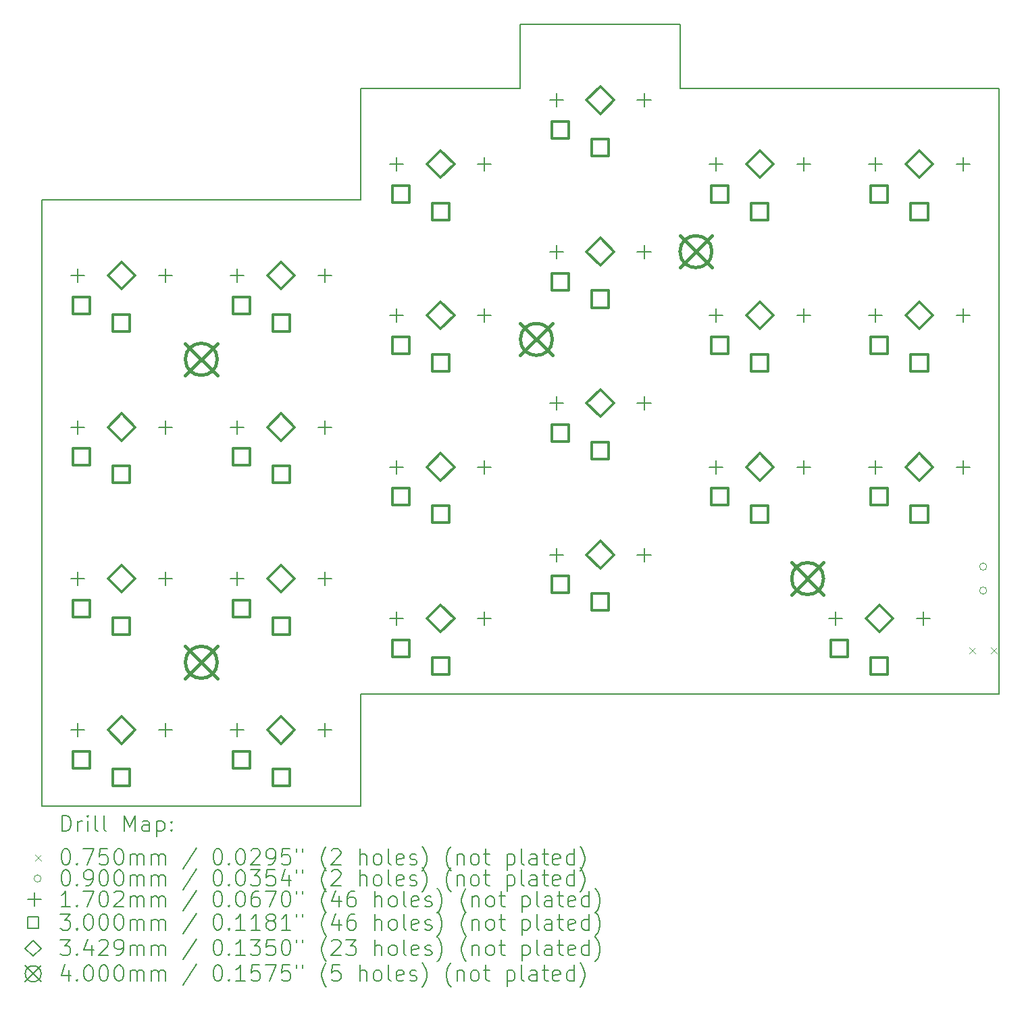
<source format=gbr>
%TF.GenerationSoftware,KiCad,Pcbnew,8.0.7*%
%TF.CreationDate,2025-01-04T23:43:08-07:00*%
%TF.ProjectId,left,6c656674-2e6b-4696-9361-645f70636258,v1.0.0*%
%TF.SameCoordinates,Original*%
%TF.FileFunction,Drillmap*%
%TF.FilePolarity,Positive*%
%FSLAX45Y45*%
G04 Gerber Fmt 4.5, Leading zero omitted, Abs format (unit mm)*
G04 Created by KiCad (PCBNEW 8.0.7) date 2025-01-04 23:43:08*
%MOMM*%
%LPD*%
G01*
G04 APERTURE LIST*
%ADD10C,0.150000*%
%ADD11C,0.200000*%
%ADD12C,0.100000*%
%ADD13C,0.170180*%
%ADD14C,0.300000*%
%ADD15C,0.342900*%
%ADD16C,0.400000*%
G04 APERTURE END LIST*
D10*
X9000000Y-15950000D02*
X9000000Y-8350000D01*
X9000000Y-8350000D02*
X13000000Y-8350000D01*
X13000000Y-8350000D02*
X13000000Y-6950000D01*
X13000000Y-6950000D02*
X15000000Y-6950000D01*
X15000000Y-6950000D02*
X15000000Y-6150000D01*
X15000000Y-6150000D02*
X17000000Y-6150000D01*
X17000000Y-6150000D02*
X17000000Y-6950000D01*
X17000000Y-6950000D02*
X21000000Y-6950000D01*
X21000000Y-6950000D02*
X21000000Y-14550000D01*
X13000000Y-14550000D02*
X21000000Y-14550000D01*
X13000000Y-14550000D02*
X13000000Y-15950000D01*
X13000000Y-15950000D02*
X9000000Y-15950000D01*
D11*
D12*
X20625000Y-13962500D02*
X20700000Y-14037500D01*
X20700000Y-13962500D02*
X20625000Y-14037500D01*
X20900000Y-13962500D02*
X20975000Y-14037500D01*
X20975000Y-13962500D02*
X20900000Y-14037500D01*
X20845000Y-12950000D02*
G75*
G02*
X20755000Y-12950000I-45000J0D01*
G01*
X20755000Y-12950000D02*
G75*
G02*
X20845000Y-12950000I45000J0D01*
G01*
X20845000Y-13250000D02*
G75*
G02*
X20755000Y-13250000I-45000J0D01*
G01*
X20755000Y-13250000D02*
G75*
G02*
X20845000Y-13250000I45000J0D01*
G01*
D13*
X9450000Y-9214910D02*
X9450000Y-9385090D01*
X9364910Y-9300000D02*
X9535090Y-9300000D01*
X9450000Y-11114910D02*
X9450000Y-11285090D01*
X9364910Y-11200000D02*
X9535090Y-11200000D01*
X9450000Y-13014910D02*
X9450000Y-13185090D01*
X9364910Y-13100000D02*
X9535090Y-13100000D01*
X9450000Y-14914910D02*
X9450000Y-15085090D01*
X9364910Y-15000000D02*
X9535090Y-15000000D01*
X10550000Y-9214910D02*
X10550000Y-9385090D01*
X10464910Y-9300000D02*
X10635090Y-9300000D01*
X10550000Y-11114910D02*
X10550000Y-11285090D01*
X10464910Y-11200000D02*
X10635090Y-11200000D01*
X10550000Y-13014910D02*
X10550000Y-13185090D01*
X10464910Y-13100000D02*
X10635090Y-13100000D01*
X10550000Y-14914910D02*
X10550000Y-15085090D01*
X10464910Y-15000000D02*
X10635090Y-15000000D01*
X11450000Y-9214910D02*
X11450000Y-9385090D01*
X11364910Y-9300000D02*
X11535090Y-9300000D01*
X11450000Y-11114910D02*
X11450000Y-11285090D01*
X11364910Y-11200000D02*
X11535090Y-11200000D01*
X11450000Y-13014910D02*
X11450000Y-13185090D01*
X11364910Y-13100000D02*
X11535090Y-13100000D01*
X11450000Y-14914910D02*
X11450000Y-15085090D01*
X11364910Y-15000000D02*
X11535090Y-15000000D01*
X12550000Y-9214910D02*
X12550000Y-9385090D01*
X12464910Y-9300000D02*
X12635090Y-9300000D01*
X12550000Y-11114910D02*
X12550000Y-11285090D01*
X12464910Y-11200000D02*
X12635090Y-11200000D01*
X12550000Y-13014910D02*
X12550000Y-13185090D01*
X12464910Y-13100000D02*
X12635090Y-13100000D01*
X12550000Y-14914910D02*
X12550000Y-15085090D01*
X12464910Y-15000000D02*
X12635090Y-15000000D01*
X13450000Y-7814910D02*
X13450000Y-7985090D01*
X13364910Y-7900000D02*
X13535090Y-7900000D01*
X13450000Y-9714910D02*
X13450000Y-9885090D01*
X13364910Y-9800000D02*
X13535090Y-9800000D01*
X13450000Y-11614910D02*
X13450000Y-11785090D01*
X13364910Y-11700000D02*
X13535090Y-11700000D01*
X13450000Y-13514910D02*
X13450000Y-13685090D01*
X13364910Y-13600000D02*
X13535090Y-13600000D01*
X14550000Y-7814910D02*
X14550000Y-7985090D01*
X14464910Y-7900000D02*
X14635090Y-7900000D01*
X14550000Y-9714910D02*
X14550000Y-9885090D01*
X14464910Y-9800000D02*
X14635090Y-9800000D01*
X14550000Y-11614910D02*
X14550000Y-11785090D01*
X14464910Y-11700000D02*
X14635090Y-11700000D01*
X14550000Y-13514910D02*
X14550000Y-13685090D01*
X14464910Y-13600000D02*
X14635090Y-13600000D01*
X15450000Y-7014910D02*
X15450000Y-7185090D01*
X15364910Y-7100000D02*
X15535090Y-7100000D01*
X15450000Y-8914910D02*
X15450000Y-9085090D01*
X15364910Y-9000000D02*
X15535090Y-9000000D01*
X15450000Y-10814910D02*
X15450000Y-10985090D01*
X15364910Y-10900000D02*
X15535090Y-10900000D01*
X15450000Y-12714910D02*
X15450000Y-12885090D01*
X15364910Y-12800000D02*
X15535090Y-12800000D01*
X16550000Y-7014910D02*
X16550000Y-7185090D01*
X16464910Y-7100000D02*
X16635090Y-7100000D01*
X16550000Y-8914910D02*
X16550000Y-9085090D01*
X16464910Y-9000000D02*
X16635090Y-9000000D01*
X16550000Y-10814910D02*
X16550000Y-10985090D01*
X16464910Y-10900000D02*
X16635090Y-10900000D01*
X16550000Y-12714910D02*
X16550000Y-12885090D01*
X16464910Y-12800000D02*
X16635090Y-12800000D01*
X17450000Y-7814910D02*
X17450000Y-7985090D01*
X17364910Y-7900000D02*
X17535090Y-7900000D01*
X17450000Y-9714910D02*
X17450000Y-9885090D01*
X17364910Y-9800000D02*
X17535090Y-9800000D01*
X17450000Y-11614910D02*
X17450000Y-11785090D01*
X17364910Y-11700000D02*
X17535090Y-11700000D01*
X18550000Y-7814910D02*
X18550000Y-7985090D01*
X18464910Y-7900000D02*
X18635090Y-7900000D01*
X18550000Y-9714910D02*
X18550000Y-9885090D01*
X18464910Y-9800000D02*
X18635090Y-9800000D01*
X18550000Y-11614910D02*
X18550000Y-11785090D01*
X18464910Y-11700000D02*
X18635090Y-11700000D01*
X18950000Y-13514910D02*
X18950000Y-13685090D01*
X18864910Y-13600000D02*
X19035090Y-13600000D01*
X19450000Y-7814910D02*
X19450000Y-7985090D01*
X19364910Y-7900000D02*
X19535090Y-7900000D01*
X19450000Y-9714910D02*
X19450000Y-9885090D01*
X19364910Y-9800000D02*
X19535090Y-9800000D01*
X19450000Y-11614910D02*
X19450000Y-11785090D01*
X19364910Y-11700000D02*
X19535090Y-11700000D01*
X20050000Y-13514910D02*
X20050000Y-13685090D01*
X19964910Y-13600000D02*
X20135090Y-13600000D01*
X20550000Y-7814910D02*
X20550000Y-7985090D01*
X20464910Y-7900000D02*
X20635090Y-7900000D01*
X20550000Y-9714910D02*
X20550000Y-9885090D01*
X20464910Y-9800000D02*
X20635090Y-9800000D01*
X20550000Y-11614910D02*
X20550000Y-11785090D01*
X20464910Y-11700000D02*
X20635090Y-11700000D01*
D14*
X9606067Y-9781067D02*
X9606067Y-9568933D01*
X9393933Y-9568933D01*
X9393933Y-9781067D01*
X9606067Y-9781067D01*
X9606067Y-11681067D02*
X9606067Y-11468933D01*
X9393933Y-11468933D01*
X9393933Y-11681067D01*
X9606067Y-11681067D01*
X9606067Y-13581067D02*
X9606067Y-13368933D01*
X9393933Y-13368933D01*
X9393933Y-13581067D01*
X9606067Y-13581067D01*
X9606067Y-15481067D02*
X9606067Y-15268933D01*
X9393933Y-15268933D01*
X9393933Y-15481067D01*
X9606067Y-15481067D01*
X10106067Y-10001067D02*
X10106067Y-9788933D01*
X9893933Y-9788933D01*
X9893933Y-10001067D01*
X10106067Y-10001067D01*
X10106067Y-11901067D02*
X10106067Y-11688933D01*
X9893933Y-11688933D01*
X9893933Y-11901067D01*
X10106067Y-11901067D01*
X10106067Y-13801067D02*
X10106067Y-13588933D01*
X9893933Y-13588933D01*
X9893933Y-13801067D01*
X10106067Y-13801067D01*
X10106067Y-15701067D02*
X10106067Y-15488933D01*
X9893933Y-15488933D01*
X9893933Y-15701067D01*
X10106067Y-15701067D01*
X11606067Y-9781067D02*
X11606067Y-9568933D01*
X11393933Y-9568933D01*
X11393933Y-9781067D01*
X11606067Y-9781067D01*
X11606067Y-11681067D02*
X11606067Y-11468933D01*
X11393933Y-11468933D01*
X11393933Y-11681067D01*
X11606067Y-11681067D01*
X11606067Y-13581067D02*
X11606067Y-13368933D01*
X11393933Y-13368933D01*
X11393933Y-13581067D01*
X11606067Y-13581067D01*
X11606067Y-15481067D02*
X11606067Y-15268933D01*
X11393933Y-15268933D01*
X11393933Y-15481067D01*
X11606067Y-15481067D01*
X12106067Y-10001067D02*
X12106067Y-9788933D01*
X11893933Y-9788933D01*
X11893933Y-10001067D01*
X12106067Y-10001067D01*
X12106067Y-11901067D02*
X12106067Y-11688933D01*
X11893933Y-11688933D01*
X11893933Y-11901067D01*
X12106067Y-11901067D01*
X12106067Y-13801067D02*
X12106067Y-13588933D01*
X11893933Y-13588933D01*
X11893933Y-13801067D01*
X12106067Y-13801067D01*
X12106067Y-15701067D02*
X12106067Y-15488933D01*
X11893933Y-15488933D01*
X11893933Y-15701067D01*
X12106067Y-15701067D01*
X13606067Y-8381067D02*
X13606067Y-8168933D01*
X13393933Y-8168933D01*
X13393933Y-8381067D01*
X13606067Y-8381067D01*
X13606067Y-10281067D02*
X13606067Y-10068933D01*
X13393933Y-10068933D01*
X13393933Y-10281067D01*
X13606067Y-10281067D01*
X13606067Y-12181067D02*
X13606067Y-11968933D01*
X13393933Y-11968933D01*
X13393933Y-12181067D01*
X13606067Y-12181067D01*
X13606067Y-14081067D02*
X13606067Y-13868933D01*
X13393933Y-13868933D01*
X13393933Y-14081067D01*
X13606067Y-14081067D01*
X14106067Y-8601067D02*
X14106067Y-8388933D01*
X13893933Y-8388933D01*
X13893933Y-8601067D01*
X14106067Y-8601067D01*
X14106067Y-10501067D02*
X14106067Y-10288933D01*
X13893933Y-10288933D01*
X13893933Y-10501067D01*
X14106067Y-10501067D01*
X14106067Y-12401067D02*
X14106067Y-12188933D01*
X13893933Y-12188933D01*
X13893933Y-12401067D01*
X14106067Y-12401067D01*
X14106067Y-14301067D02*
X14106067Y-14088933D01*
X13893933Y-14088933D01*
X13893933Y-14301067D01*
X14106067Y-14301067D01*
X15606067Y-7581067D02*
X15606067Y-7368933D01*
X15393933Y-7368933D01*
X15393933Y-7581067D01*
X15606067Y-7581067D01*
X15606067Y-9481067D02*
X15606067Y-9268933D01*
X15393933Y-9268933D01*
X15393933Y-9481067D01*
X15606067Y-9481067D01*
X15606067Y-11381067D02*
X15606067Y-11168933D01*
X15393933Y-11168933D01*
X15393933Y-11381067D01*
X15606067Y-11381067D01*
X15606067Y-13281067D02*
X15606067Y-13068933D01*
X15393933Y-13068933D01*
X15393933Y-13281067D01*
X15606067Y-13281067D01*
X16106067Y-7801067D02*
X16106067Y-7588933D01*
X15893933Y-7588933D01*
X15893933Y-7801067D01*
X16106067Y-7801067D01*
X16106067Y-9701067D02*
X16106067Y-9488933D01*
X15893933Y-9488933D01*
X15893933Y-9701067D01*
X16106067Y-9701067D01*
X16106067Y-11601067D02*
X16106067Y-11388933D01*
X15893933Y-11388933D01*
X15893933Y-11601067D01*
X16106067Y-11601067D01*
X16106067Y-13501067D02*
X16106067Y-13288933D01*
X15893933Y-13288933D01*
X15893933Y-13501067D01*
X16106067Y-13501067D01*
X17606067Y-8381067D02*
X17606067Y-8168933D01*
X17393933Y-8168933D01*
X17393933Y-8381067D01*
X17606067Y-8381067D01*
X17606067Y-10281067D02*
X17606067Y-10068933D01*
X17393933Y-10068933D01*
X17393933Y-10281067D01*
X17606067Y-10281067D01*
X17606067Y-12181067D02*
X17606067Y-11968933D01*
X17393933Y-11968933D01*
X17393933Y-12181067D01*
X17606067Y-12181067D01*
X18106067Y-8601067D02*
X18106067Y-8388933D01*
X17893933Y-8388933D01*
X17893933Y-8601067D01*
X18106067Y-8601067D01*
X18106067Y-10501067D02*
X18106067Y-10288933D01*
X17893933Y-10288933D01*
X17893933Y-10501067D01*
X18106067Y-10501067D01*
X18106067Y-12401067D02*
X18106067Y-12188933D01*
X17893933Y-12188933D01*
X17893933Y-12401067D01*
X18106067Y-12401067D01*
X19106067Y-14081067D02*
X19106067Y-13868933D01*
X18893933Y-13868933D01*
X18893933Y-14081067D01*
X19106067Y-14081067D01*
X19606067Y-8381067D02*
X19606067Y-8168933D01*
X19393933Y-8168933D01*
X19393933Y-8381067D01*
X19606067Y-8381067D01*
X19606067Y-10281067D02*
X19606067Y-10068933D01*
X19393933Y-10068933D01*
X19393933Y-10281067D01*
X19606067Y-10281067D01*
X19606067Y-12181067D02*
X19606067Y-11968933D01*
X19393933Y-11968933D01*
X19393933Y-12181067D01*
X19606067Y-12181067D01*
X19606067Y-14301067D02*
X19606067Y-14088933D01*
X19393933Y-14088933D01*
X19393933Y-14301067D01*
X19606067Y-14301067D01*
X20106067Y-8601067D02*
X20106067Y-8388933D01*
X19893933Y-8388933D01*
X19893933Y-8601067D01*
X20106067Y-8601067D01*
X20106067Y-10501067D02*
X20106067Y-10288933D01*
X19893933Y-10288933D01*
X19893933Y-10501067D01*
X20106067Y-10501067D01*
X20106067Y-12401067D02*
X20106067Y-12188933D01*
X19893933Y-12188933D01*
X19893933Y-12401067D01*
X20106067Y-12401067D01*
D15*
X10000000Y-9471450D02*
X10171450Y-9300000D01*
X10000000Y-9128550D01*
X9828550Y-9300000D01*
X10000000Y-9471450D01*
X10000000Y-11371450D02*
X10171450Y-11200000D01*
X10000000Y-11028550D01*
X9828550Y-11200000D01*
X10000000Y-11371450D01*
X10000000Y-13271450D02*
X10171450Y-13100000D01*
X10000000Y-12928550D01*
X9828550Y-13100000D01*
X10000000Y-13271450D01*
X10000000Y-15171450D02*
X10171450Y-15000000D01*
X10000000Y-14828550D01*
X9828550Y-15000000D01*
X10000000Y-15171450D01*
X12000000Y-9471450D02*
X12171450Y-9300000D01*
X12000000Y-9128550D01*
X11828550Y-9300000D01*
X12000000Y-9471450D01*
X12000000Y-11371450D02*
X12171450Y-11200000D01*
X12000000Y-11028550D01*
X11828550Y-11200000D01*
X12000000Y-11371450D01*
X12000000Y-13271450D02*
X12171450Y-13100000D01*
X12000000Y-12928550D01*
X11828550Y-13100000D01*
X12000000Y-13271450D01*
X12000000Y-15171450D02*
X12171450Y-15000000D01*
X12000000Y-14828550D01*
X11828550Y-15000000D01*
X12000000Y-15171450D01*
X14000000Y-8071450D02*
X14171450Y-7900000D01*
X14000000Y-7728550D01*
X13828550Y-7900000D01*
X14000000Y-8071450D01*
X14000000Y-9971450D02*
X14171450Y-9800000D01*
X14000000Y-9628550D01*
X13828550Y-9800000D01*
X14000000Y-9971450D01*
X14000000Y-11871450D02*
X14171450Y-11700000D01*
X14000000Y-11528550D01*
X13828550Y-11700000D01*
X14000000Y-11871450D01*
X14000000Y-13771450D02*
X14171450Y-13600000D01*
X14000000Y-13428550D01*
X13828550Y-13600000D01*
X14000000Y-13771450D01*
X16000000Y-7271450D02*
X16171450Y-7100000D01*
X16000000Y-6928550D01*
X15828550Y-7100000D01*
X16000000Y-7271450D01*
X16000000Y-9171450D02*
X16171450Y-9000000D01*
X16000000Y-8828550D01*
X15828550Y-9000000D01*
X16000000Y-9171450D01*
X16000000Y-11071450D02*
X16171450Y-10900000D01*
X16000000Y-10728550D01*
X15828550Y-10900000D01*
X16000000Y-11071450D01*
X16000000Y-12971450D02*
X16171450Y-12800000D01*
X16000000Y-12628550D01*
X15828550Y-12800000D01*
X16000000Y-12971450D01*
X18000000Y-8071450D02*
X18171450Y-7900000D01*
X18000000Y-7728550D01*
X17828550Y-7900000D01*
X18000000Y-8071450D01*
X18000000Y-9971450D02*
X18171450Y-9800000D01*
X18000000Y-9628550D01*
X17828550Y-9800000D01*
X18000000Y-9971450D01*
X18000000Y-11871450D02*
X18171450Y-11700000D01*
X18000000Y-11528550D01*
X17828550Y-11700000D01*
X18000000Y-11871450D01*
X19500000Y-13771450D02*
X19671450Y-13600000D01*
X19500000Y-13428550D01*
X19328550Y-13600000D01*
X19500000Y-13771450D01*
X20000000Y-8071450D02*
X20171450Y-7900000D01*
X20000000Y-7728550D01*
X19828550Y-7900000D01*
X20000000Y-8071450D01*
X20000000Y-9971450D02*
X20171450Y-9800000D01*
X20000000Y-9628550D01*
X19828550Y-9800000D01*
X20000000Y-9971450D01*
X20000000Y-11871450D02*
X20171450Y-11700000D01*
X20000000Y-11528550D01*
X19828550Y-11700000D01*
X20000000Y-11871450D01*
D16*
X10800000Y-10150000D02*
X11200000Y-10550000D01*
X11200000Y-10150000D02*
X10800000Y-10550000D01*
X11200000Y-10350000D02*
G75*
G02*
X10800000Y-10350000I-200000J0D01*
G01*
X10800000Y-10350000D02*
G75*
G02*
X11200000Y-10350000I200000J0D01*
G01*
X10800000Y-13950000D02*
X11200000Y-14350000D01*
X11200000Y-13950000D02*
X10800000Y-14350000D01*
X11200000Y-14150000D02*
G75*
G02*
X10800000Y-14150000I-200000J0D01*
G01*
X10800000Y-14150000D02*
G75*
G02*
X11200000Y-14150000I200000J0D01*
G01*
X15000000Y-9900000D02*
X15400000Y-10300000D01*
X15400000Y-9900000D02*
X15000000Y-10300000D01*
X15400000Y-10100000D02*
G75*
G02*
X15000000Y-10100000I-200000J0D01*
G01*
X15000000Y-10100000D02*
G75*
G02*
X15400000Y-10100000I200000J0D01*
G01*
X17000000Y-8800000D02*
X17400000Y-9200000D01*
X17400000Y-8800000D02*
X17000000Y-9200000D01*
X17400000Y-9000000D02*
G75*
G02*
X17000000Y-9000000I-200000J0D01*
G01*
X17000000Y-9000000D02*
G75*
G02*
X17400000Y-9000000I200000J0D01*
G01*
X18400000Y-12900000D02*
X18800000Y-13300000D01*
X18800000Y-12900000D02*
X18400000Y-13300000D01*
X18800000Y-13100000D02*
G75*
G02*
X18400000Y-13100000I-200000J0D01*
G01*
X18400000Y-13100000D02*
G75*
G02*
X18800000Y-13100000I200000J0D01*
G01*
D11*
X9253277Y-16268984D02*
X9253277Y-16068984D01*
X9253277Y-16068984D02*
X9300896Y-16068984D01*
X9300896Y-16068984D02*
X9329467Y-16078508D01*
X9329467Y-16078508D02*
X9348515Y-16097555D01*
X9348515Y-16097555D02*
X9358039Y-16116603D01*
X9358039Y-16116603D02*
X9367563Y-16154698D01*
X9367563Y-16154698D02*
X9367563Y-16183269D01*
X9367563Y-16183269D02*
X9358039Y-16221365D01*
X9358039Y-16221365D02*
X9348515Y-16240412D01*
X9348515Y-16240412D02*
X9329467Y-16259460D01*
X9329467Y-16259460D02*
X9300896Y-16268984D01*
X9300896Y-16268984D02*
X9253277Y-16268984D01*
X9453277Y-16268984D02*
X9453277Y-16135650D01*
X9453277Y-16173746D02*
X9462801Y-16154698D01*
X9462801Y-16154698D02*
X9472324Y-16145174D01*
X9472324Y-16145174D02*
X9491372Y-16135650D01*
X9491372Y-16135650D02*
X9510420Y-16135650D01*
X9577086Y-16268984D02*
X9577086Y-16135650D01*
X9577086Y-16068984D02*
X9567563Y-16078508D01*
X9567563Y-16078508D02*
X9577086Y-16088031D01*
X9577086Y-16088031D02*
X9586610Y-16078508D01*
X9586610Y-16078508D02*
X9577086Y-16068984D01*
X9577086Y-16068984D02*
X9577086Y-16088031D01*
X9700896Y-16268984D02*
X9681848Y-16259460D01*
X9681848Y-16259460D02*
X9672324Y-16240412D01*
X9672324Y-16240412D02*
X9672324Y-16068984D01*
X9805658Y-16268984D02*
X9786610Y-16259460D01*
X9786610Y-16259460D02*
X9777086Y-16240412D01*
X9777086Y-16240412D02*
X9777086Y-16068984D01*
X10034229Y-16268984D02*
X10034229Y-16068984D01*
X10034229Y-16068984D02*
X10100896Y-16211841D01*
X10100896Y-16211841D02*
X10167563Y-16068984D01*
X10167563Y-16068984D02*
X10167563Y-16268984D01*
X10348515Y-16268984D02*
X10348515Y-16164222D01*
X10348515Y-16164222D02*
X10338991Y-16145174D01*
X10338991Y-16145174D02*
X10319944Y-16135650D01*
X10319944Y-16135650D02*
X10281848Y-16135650D01*
X10281848Y-16135650D02*
X10262801Y-16145174D01*
X10348515Y-16259460D02*
X10329467Y-16268984D01*
X10329467Y-16268984D02*
X10281848Y-16268984D01*
X10281848Y-16268984D02*
X10262801Y-16259460D01*
X10262801Y-16259460D02*
X10253277Y-16240412D01*
X10253277Y-16240412D02*
X10253277Y-16221365D01*
X10253277Y-16221365D02*
X10262801Y-16202317D01*
X10262801Y-16202317D02*
X10281848Y-16192793D01*
X10281848Y-16192793D02*
X10329467Y-16192793D01*
X10329467Y-16192793D02*
X10348515Y-16183269D01*
X10443753Y-16135650D02*
X10443753Y-16335650D01*
X10443753Y-16145174D02*
X10462801Y-16135650D01*
X10462801Y-16135650D02*
X10500896Y-16135650D01*
X10500896Y-16135650D02*
X10519944Y-16145174D01*
X10519944Y-16145174D02*
X10529467Y-16154698D01*
X10529467Y-16154698D02*
X10538991Y-16173746D01*
X10538991Y-16173746D02*
X10538991Y-16230888D01*
X10538991Y-16230888D02*
X10529467Y-16249936D01*
X10529467Y-16249936D02*
X10519944Y-16259460D01*
X10519944Y-16259460D02*
X10500896Y-16268984D01*
X10500896Y-16268984D02*
X10462801Y-16268984D01*
X10462801Y-16268984D02*
X10443753Y-16259460D01*
X10624705Y-16249936D02*
X10634229Y-16259460D01*
X10634229Y-16259460D02*
X10624705Y-16268984D01*
X10624705Y-16268984D02*
X10615182Y-16259460D01*
X10615182Y-16259460D02*
X10624705Y-16249936D01*
X10624705Y-16249936D02*
X10624705Y-16268984D01*
X10624705Y-16145174D02*
X10634229Y-16154698D01*
X10634229Y-16154698D02*
X10624705Y-16164222D01*
X10624705Y-16164222D02*
X10615182Y-16154698D01*
X10615182Y-16154698D02*
X10624705Y-16145174D01*
X10624705Y-16145174D02*
X10624705Y-16164222D01*
D12*
X8917500Y-16560000D02*
X8992500Y-16635000D01*
X8992500Y-16560000D02*
X8917500Y-16635000D01*
D11*
X9291372Y-16488984D02*
X9310420Y-16488984D01*
X9310420Y-16488984D02*
X9329467Y-16498508D01*
X9329467Y-16498508D02*
X9338991Y-16508031D01*
X9338991Y-16508031D02*
X9348515Y-16527079D01*
X9348515Y-16527079D02*
X9358039Y-16565174D01*
X9358039Y-16565174D02*
X9358039Y-16612793D01*
X9358039Y-16612793D02*
X9348515Y-16650888D01*
X9348515Y-16650888D02*
X9338991Y-16669936D01*
X9338991Y-16669936D02*
X9329467Y-16679460D01*
X9329467Y-16679460D02*
X9310420Y-16688984D01*
X9310420Y-16688984D02*
X9291372Y-16688984D01*
X9291372Y-16688984D02*
X9272324Y-16679460D01*
X9272324Y-16679460D02*
X9262801Y-16669936D01*
X9262801Y-16669936D02*
X9253277Y-16650888D01*
X9253277Y-16650888D02*
X9243753Y-16612793D01*
X9243753Y-16612793D02*
X9243753Y-16565174D01*
X9243753Y-16565174D02*
X9253277Y-16527079D01*
X9253277Y-16527079D02*
X9262801Y-16508031D01*
X9262801Y-16508031D02*
X9272324Y-16498508D01*
X9272324Y-16498508D02*
X9291372Y-16488984D01*
X9443753Y-16669936D02*
X9453277Y-16679460D01*
X9453277Y-16679460D02*
X9443753Y-16688984D01*
X9443753Y-16688984D02*
X9434229Y-16679460D01*
X9434229Y-16679460D02*
X9443753Y-16669936D01*
X9443753Y-16669936D02*
X9443753Y-16688984D01*
X9519944Y-16488984D02*
X9653277Y-16488984D01*
X9653277Y-16488984D02*
X9567563Y-16688984D01*
X9824705Y-16488984D02*
X9729467Y-16488984D01*
X9729467Y-16488984D02*
X9719944Y-16584222D01*
X9719944Y-16584222D02*
X9729467Y-16574698D01*
X9729467Y-16574698D02*
X9748515Y-16565174D01*
X9748515Y-16565174D02*
X9796134Y-16565174D01*
X9796134Y-16565174D02*
X9815182Y-16574698D01*
X9815182Y-16574698D02*
X9824705Y-16584222D01*
X9824705Y-16584222D02*
X9834229Y-16603269D01*
X9834229Y-16603269D02*
X9834229Y-16650888D01*
X9834229Y-16650888D02*
X9824705Y-16669936D01*
X9824705Y-16669936D02*
X9815182Y-16679460D01*
X9815182Y-16679460D02*
X9796134Y-16688984D01*
X9796134Y-16688984D02*
X9748515Y-16688984D01*
X9748515Y-16688984D02*
X9729467Y-16679460D01*
X9729467Y-16679460D02*
X9719944Y-16669936D01*
X9958039Y-16488984D02*
X9977086Y-16488984D01*
X9977086Y-16488984D02*
X9996134Y-16498508D01*
X9996134Y-16498508D02*
X10005658Y-16508031D01*
X10005658Y-16508031D02*
X10015182Y-16527079D01*
X10015182Y-16527079D02*
X10024705Y-16565174D01*
X10024705Y-16565174D02*
X10024705Y-16612793D01*
X10024705Y-16612793D02*
X10015182Y-16650888D01*
X10015182Y-16650888D02*
X10005658Y-16669936D01*
X10005658Y-16669936D02*
X9996134Y-16679460D01*
X9996134Y-16679460D02*
X9977086Y-16688984D01*
X9977086Y-16688984D02*
X9958039Y-16688984D01*
X9958039Y-16688984D02*
X9938991Y-16679460D01*
X9938991Y-16679460D02*
X9929467Y-16669936D01*
X9929467Y-16669936D02*
X9919944Y-16650888D01*
X9919944Y-16650888D02*
X9910420Y-16612793D01*
X9910420Y-16612793D02*
X9910420Y-16565174D01*
X9910420Y-16565174D02*
X9919944Y-16527079D01*
X9919944Y-16527079D02*
X9929467Y-16508031D01*
X9929467Y-16508031D02*
X9938991Y-16498508D01*
X9938991Y-16498508D02*
X9958039Y-16488984D01*
X10110420Y-16688984D02*
X10110420Y-16555650D01*
X10110420Y-16574698D02*
X10119944Y-16565174D01*
X10119944Y-16565174D02*
X10138991Y-16555650D01*
X10138991Y-16555650D02*
X10167563Y-16555650D01*
X10167563Y-16555650D02*
X10186610Y-16565174D01*
X10186610Y-16565174D02*
X10196134Y-16584222D01*
X10196134Y-16584222D02*
X10196134Y-16688984D01*
X10196134Y-16584222D02*
X10205658Y-16565174D01*
X10205658Y-16565174D02*
X10224705Y-16555650D01*
X10224705Y-16555650D02*
X10253277Y-16555650D01*
X10253277Y-16555650D02*
X10272325Y-16565174D01*
X10272325Y-16565174D02*
X10281848Y-16584222D01*
X10281848Y-16584222D02*
X10281848Y-16688984D01*
X10377086Y-16688984D02*
X10377086Y-16555650D01*
X10377086Y-16574698D02*
X10386610Y-16565174D01*
X10386610Y-16565174D02*
X10405658Y-16555650D01*
X10405658Y-16555650D02*
X10434229Y-16555650D01*
X10434229Y-16555650D02*
X10453277Y-16565174D01*
X10453277Y-16565174D02*
X10462801Y-16584222D01*
X10462801Y-16584222D02*
X10462801Y-16688984D01*
X10462801Y-16584222D02*
X10472325Y-16565174D01*
X10472325Y-16565174D02*
X10491372Y-16555650D01*
X10491372Y-16555650D02*
X10519944Y-16555650D01*
X10519944Y-16555650D02*
X10538991Y-16565174D01*
X10538991Y-16565174D02*
X10548515Y-16584222D01*
X10548515Y-16584222D02*
X10548515Y-16688984D01*
X10938991Y-16479460D02*
X10767563Y-16736603D01*
X11196134Y-16488984D02*
X11215182Y-16488984D01*
X11215182Y-16488984D02*
X11234229Y-16498508D01*
X11234229Y-16498508D02*
X11243753Y-16508031D01*
X11243753Y-16508031D02*
X11253277Y-16527079D01*
X11253277Y-16527079D02*
X11262801Y-16565174D01*
X11262801Y-16565174D02*
X11262801Y-16612793D01*
X11262801Y-16612793D02*
X11253277Y-16650888D01*
X11253277Y-16650888D02*
X11243753Y-16669936D01*
X11243753Y-16669936D02*
X11234229Y-16679460D01*
X11234229Y-16679460D02*
X11215182Y-16688984D01*
X11215182Y-16688984D02*
X11196134Y-16688984D01*
X11196134Y-16688984D02*
X11177087Y-16679460D01*
X11177087Y-16679460D02*
X11167563Y-16669936D01*
X11167563Y-16669936D02*
X11158039Y-16650888D01*
X11158039Y-16650888D02*
X11148515Y-16612793D01*
X11148515Y-16612793D02*
X11148515Y-16565174D01*
X11148515Y-16565174D02*
X11158039Y-16527079D01*
X11158039Y-16527079D02*
X11167563Y-16508031D01*
X11167563Y-16508031D02*
X11177087Y-16498508D01*
X11177087Y-16498508D02*
X11196134Y-16488984D01*
X11348515Y-16669936D02*
X11358039Y-16679460D01*
X11358039Y-16679460D02*
X11348515Y-16688984D01*
X11348515Y-16688984D02*
X11338991Y-16679460D01*
X11338991Y-16679460D02*
X11348515Y-16669936D01*
X11348515Y-16669936D02*
X11348515Y-16688984D01*
X11481848Y-16488984D02*
X11500896Y-16488984D01*
X11500896Y-16488984D02*
X11519944Y-16498508D01*
X11519944Y-16498508D02*
X11529467Y-16508031D01*
X11529467Y-16508031D02*
X11538991Y-16527079D01*
X11538991Y-16527079D02*
X11548515Y-16565174D01*
X11548515Y-16565174D02*
X11548515Y-16612793D01*
X11548515Y-16612793D02*
X11538991Y-16650888D01*
X11538991Y-16650888D02*
X11529467Y-16669936D01*
X11529467Y-16669936D02*
X11519944Y-16679460D01*
X11519944Y-16679460D02*
X11500896Y-16688984D01*
X11500896Y-16688984D02*
X11481848Y-16688984D01*
X11481848Y-16688984D02*
X11462801Y-16679460D01*
X11462801Y-16679460D02*
X11453277Y-16669936D01*
X11453277Y-16669936D02*
X11443753Y-16650888D01*
X11443753Y-16650888D02*
X11434229Y-16612793D01*
X11434229Y-16612793D02*
X11434229Y-16565174D01*
X11434229Y-16565174D02*
X11443753Y-16527079D01*
X11443753Y-16527079D02*
X11453277Y-16508031D01*
X11453277Y-16508031D02*
X11462801Y-16498508D01*
X11462801Y-16498508D02*
X11481848Y-16488984D01*
X11624706Y-16508031D02*
X11634229Y-16498508D01*
X11634229Y-16498508D02*
X11653277Y-16488984D01*
X11653277Y-16488984D02*
X11700896Y-16488984D01*
X11700896Y-16488984D02*
X11719944Y-16498508D01*
X11719944Y-16498508D02*
X11729467Y-16508031D01*
X11729467Y-16508031D02*
X11738991Y-16527079D01*
X11738991Y-16527079D02*
X11738991Y-16546127D01*
X11738991Y-16546127D02*
X11729467Y-16574698D01*
X11729467Y-16574698D02*
X11615182Y-16688984D01*
X11615182Y-16688984D02*
X11738991Y-16688984D01*
X11834229Y-16688984D02*
X11872325Y-16688984D01*
X11872325Y-16688984D02*
X11891372Y-16679460D01*
X11891372Y-16679460D02*
X11900896Y-16669936D01*
X11900896Y-16669936D02*
X11919944Y-16641365D01*
X11919944Y-16641365D02*
X11929467Y-16603269D01*
X11929467Y-16603269D02*
X11929467Y-16527079D01*
X11929467Y-16527079D02*
X11919944Y-16508031D01*
X11919944Y-16508031D02*
X11910420Y-16498508D01*
X11910420Y-16498508D02*
X11891372Y-16488984D01*
X11891372Y-16488984D02*
X11853277Y-16488984D01*
X11853277Y-16488984D02*
X11834229Y-16498508D01*
X11834229Y-16498508D02*
X11824706Y-16508031D01*
X11824706Y-16508031D02*
X11815182Y-16527079D01*
X11815182Y-16527079D02*
X11815182Y-16574698D01*
X11815182Y-16574698D02*
X11824706Y-16593746D01*
X11824706Y-16593746D02*
X11834229Y-16603269D01*
X11834229Y-16603269D02*
X11853277Y-16612793D01*
X11853277Y-16612793D02*
X11891372Y-16612793D01*
X11891372Y-16612793D02*
X11910420Y-16603269D01*
X11910420Y-16603269D02*
X11919944Y-16593746D01*
X11919944Y-16593746D02*
X11929467Y-16574698D01*
X12110420Y-16488984D02*
X12015182Y-16488984D01*
X12015182Y-16488984D02*
X12005658Y-16584222D01*
X12005658Y-16584222D02*
X12015182Y-16574698D01*
X12015182Y-16574698D02*
X12034229Y-16565174D01*
X12034229Y-16565174D02*
X12081848Y-16565174D01*
X12081848Y-16565174D02*
X12100896Y-16574698D01*
X12100896Y-16574698D02*
X12110420Y-16584222D01*
X12110420Y-16584222D02*
X12119944Y-16603269D01*
X12119944Y-16603269D02*
X12119944Y-16650888D01*
X12119944Y-16650888D02*
X12110420Y-16669936D01*
X12110420Y-16669936D02*
X12100896Y-16679460D01*
X12100896Y-16679460D02*
X12081848Y-16688984D01*
X12081848Y-16688984D02*
X12034229Y-16688984D01*
X12034229Y-16688984D02*
X12015182Y-16679460D01*
X12015182Y-16679460D02*
X12005658Y-16669936D01*
X12196134Y-16488984D02*
X12196134Y-16527079D01*
X12272325Y-16488984D02*
X12272325Y-16527079D01*
X12567563Y-16765174D02*
X12558039Y-16755650D01*
X12558039Y-16755650D02*
X12538991Y-16727079D01*
X12538991Y-16727079D02*
X12529468Y-16708031D01*
X12529468Y-16708031D02*
X12519944Y-16679460D01*
X12519944Y-16679460D02*
X12510420Y-16631841D01*
X12510420Y-16631841D02*
X12510420Y-16593746D01*
X12510420Y-16593746D02*
X12519944Y-16546127D01*
X12519944Y-16546127D02*
X12529468Y-16517555D01*
X12529468Y-16517555D02*
X12538991Y-16498508D01*
X12538991Y-16498508D02*
X12558039Y-16469936D01*
X12558039Y-16469936D02*
X12567563Y-16460412D01*
X12634229Y-16508031D02*
X12643753Y-16498508D01*
X12643753Y-16498508D02*
X12662801Y-16488984D01*
X12662801Y-16488984D02*
X12710420Y-16488984D01*
X12710420Y-16488984D02*
X12729468Y-16498508D01*
X12729468Y-16498508D02*
X12738991Y-16508031D01*
X12738991Y-16508031D02*
X12748515Y-16527079D01*
X12748515Y-16527079D02*
X12748515Y-16546127D01*
X12748515Y-16546127D02*
X12738991Y-16574698D01*
X12738991Y-16574698D02*
X12624706Y-16688984D01*
X12624706Y-16688984D02*
X12748515Y-16688984D01*
X12986610Y-16688984D02*
X12986610Y-16488984D01*
X13072325Y-16688984D02*
X13072325Y-16584222D01*
X13072325Y-16584222D02*
X13062801Y-16565174D01*
X13062801Y-16565174D02*
X13043753Y-16555650D01*
X13043753Y-16555650D02*
X13015182Y-16555650D01*
X13015182Y-16555650D02*
X12996134Y-16565174D01*
X12996134Y-16565174D02*
X12986610Y-16574698D01*
X13196134Y-16688984D02*
X13177087Y-16679460D01*
X13177087Y-16679460D02*
X13167563Y-16669936D01*
X13167563Y-16669936D02*
X13158039Y-16650888D01*
X13158039Y-16650888D02*
X13158039Y-16593746D01*
X13158039Y-16593746D02*
X13167563Y-16574698D01*
X13167563Y-16574698D02*
X13177087Y-16565174D01*
X13177087Y-16565174D02*
X13196134Y-16555650D01*
X13196134Y-16555650D02*
X13224706Y-16555650D01*
X13224706Y-16555650D02*
X13243753Y-16565174D01*
X13243753Y-16565174D02*
X13253277Y-16574698D01*
X13253277Y-16574698D02*
X13262801Y-16593746D01*
X13262801Y-16593746D02*
X13262801Y-16650888D01*
X13262801Y-16650888D02*
X13253277Y-16669936D01*
X13253277Y-16669936D02*
X13243753Y-16679460D01*
X13243753Y-16679460D02*
X13224706Y-16688984D01*
X13224706Y-16688984D02*
X13196134Y-16688984D01*
X13377087Y-16688984D02*
X13358039Y-16679460D01*
X13358039Y-16679460D02*
X13348515Y-16660412D01*
X13348515Y-16660412D02*
X13348515Y-16488984D01*
X13529468Y-16679460D02*
X13510420Y-16688984D01*
X13510420Y-16688984D02*
X13472325Y-16688984D01*
X13472325Y-16688984D02*
X13453277Y-16679460D01*
X13453277Y-16679460D02*
X13443753Y-16660412D01*
X13443753Y-16660412D02*
X13443753Y-16584222D01*
X13443753Y-16584222D02*
X13453277Y-16565174D01*
X13453277Y-16565174D02*
X13472325Y-16555650D01*
X13472325Y-16555650D02*
X13510420Y-16555650D01*
X13510420Y-16555650D02*
X13529468Y-16565174D01*
X13529468Y-16565174D02*
X13538991Y-16584222D01*
X13538991Y-16584222D02*
X13538991Y-16603269D01*
X13538991Y-16603269D02*
X13443753Y-16622317D01*
X13615182Y-16679460D02*
X13634230Y-16688984D01*
X13634230Y-16688984D02*
X13672325Y-16688984D01*
X13672325Y-16688984D02*
X13691372Y-16679460D01*
X13691372Y-16679460D02*
X13700896Y-16660412D01*
X13700896Y-16660412D02*
X13700896Y-16650888D01*
X13700896Y-16650888D02*
X13691372Y-16631841D01*
X13691372Y-16631841D02*
X13672325Y-16622317D01*
X13672325Y-16622317D02*
X13643753Y-16622317D01*
X13643753Y-16622317D02*
X13624706Y-16612793D01*
X13624706Y-16612793D02*
X13615182Y-16593746D01*
X13615182Y-16593746D02*
X13615182Y-16584222D01*
X13615182Y-16584222D02*
X13624706Y-16565174D01*
X13624706Y-16565174D02*
X13643753Y-16555650D01*
X13643753Y-16555650D02*
X13672325Y-16555650D01*
X13672325Y-16555650D02*
X13691372Y-16565174D01*
X13767563Y-16765174D02*
X13777087Y-16755650D01*
X13777087Y-16755650D02*
X13796134Y-16727079D01*
X13796134Y-16727079D02*
X13805658Y-16708031D01*
X13805658Y-16708031D02*
X13815182Y-16679460D01*
X13815182Y-16679460D02*
X13824706Y-16631841D01*
X13824706Y-16631841D02*
X13824706Y-16593746D01*
X13824706Y-16593746D02*
X13815182Y-16546127D01*
X13815182Y-16546127D02*
X13805658Y-16517555D01*
X13805658Y-16517555D02*
X13796134Y-16498508D01*
X13796134Y-16498508D02*
X13777087Y-16469936D01*
X13777087Y-16469936D02*
X13767563Y-16460412D01*
X14129468Y-16765174D02*
X14119944Y-16755650D01*
X14119944Y-16755650D02*
X14100896Y-16727079D01*
X14100896Y-16727079D02*
X14091372Y-16708031D01*
X14091372Y-16708031D02*
X14081849Y-16679460D01*
X14081849Y-16679460D02*
X14072325Y-16631841D01*
X14072325Y-16631841D02*
X14072325Y-16593746D01*
X14072325Y-16593746D02*
X14081849Y-16546127D01*
X14081849Y-16546127D02*
X14091372Y-16517555D01*
X14091372Y-16517555D02*
X14100896Y-16498508D01*
X14100896Y-16498508D02*
X14119944Y-16469936D01*
X14119944Y-16469936D02*
X14129468Y-16460412D01*
X14205658Y-16555650D02*
X14205658Y-16688984D01*
X14205658Y-16574698D02*
X14215182Y-16565174D01*
X14215182Y-16565174D02*
X14234230Y-16555650D01*
X14234230Y-16555650D02*
X14262801Y-16555650D01*
X14262801Y-16555650D02*
X14281849Y-16565174D01*
X14281849Y-16565174D02*
X14291372Y-16584222D01*
X14291372Y-16584222D02*
X14291372Y-16688984D01*
X14415182Y-16688984D02*
X14396134Y-16679460D01*
X14396134Y-16679460D02*
X14386611Y-16669936D01*
X14386611Y-16669936D02*
X14377087Y-16650888D01*
X14377087Y-16650888D02*
X14377087Y-16593746D01*
X14377087Y-16593746D02*
X14386611Y-16574698D01*
X14386611Y-16574698D02*
X14396134Y-16565174D01*
X14396134Y-16565174D02*
X14415182Y-16555650D01*
X14415182Y-16555650D02*
X14443753Y-16555650D01*
X14443753Y-16555650D02*
X14462801Y-16565174D01*
X14462801Y-16565174D02*
X14472325Y-16574698D01*
X14472325Y-16574698D02*
X14481849Y-16593746D01*
X14481849Y-16593746D02*
X14481849Y-16650888D01*
X14481849Y-16650888D02*
X14472325Y-16669936D01*
X14472325Y-16669936D02*
X14462801Y-16679460D01*
X14462801Y-16679460D02*
X14443753Y-16688984D01*
X14443753Y-16688984D02*
X14415182Y-16688984D01*
X14538992Y-16555650D02*
X14615182Y-16555650D01*
X14567563Y-16488984D02*
X14567563Y-16660412D01*
X14567563Y-16660412D02*
X14577087Y-16679460D01*
X14577087Y-16679460D02*
X14596134Y-16688984D01*
X14596134Y-16688984D02*
X14615182Y-16688984D01*
X14834230Y-16555650D02*
X14834230Y-16755650D01*
X14834230Y-16565174D02*
X14853277Y-16555650D01*
X14853277Y-16555650D02*
X14891373Y-16555650D01*
X14891373Y-16555650D02*
X14910420Y-16565174D01*
X14910420Y-16565174D02*
X14919944Y-16574698D01*
X14919944Y-16574698D02*
X14929468Y-16593746D01*
X14929468Y-16593746D02*
X14929468Y-16650888D01*
X14929468Y-16650888D02*
X14919944Y-16669936D01*
X14919944Y-16669936D02*
X14910420Y-16679460D01*
X14910420Y-16679460D02*
X14891373Y-16688984D01*
X14891373Y-16688984D02*
X14853277Y-16688984D01*
X14853277Y-16688984D02*
X14834230Y-16679460D01*
X15043753Y-16688984D02*
X15024706Y-16679460D01*
X15024706Y-16679460D02*
X15015182Y-16660412D01*
X15015182Y-16660412D02*
X15015182Y-16488984D01*
X15205658Y-16688984D02*
X15205658Y-16584222D01*
X15205658Y-16584222D02*
X15196134Y-16565174D01*
X15196134Y-16565174D02*
X15177087Y-16555650D01*
X15177087Y-16555650D02*
X15138992Y-16555650D01*
X15138992Y-16555650D02*
X15119944Y-16565174D01*
X15205658Y-16679460D02*
X15186611Y-16688984D01*
X15186611Y-16688984D02*
X15138992Y-16688984D01*
X15138992Y-16688984D02*
X15119944Y-16679460D01*
X15119944Y-16679460D02*
X15110420Y-16660412D01*
X15110420Y-16660412D02*
X15110420Y-16641365D01*
X15110420Y-16641365D02*
X15119944Y-16622317D01*
X15119944Y-16622317D02*
X15138992Y-16612793D01*
X15138992Y-16612793D02*
X15186611Y-16612793D01*
X15186611Y-16612793D02*
X15205658Y-16603269D01*
X15272325Y-16555650D02*
X15348515Y-16555650D01*
X15300896Y-16488984D02*
X15300896Y-16660412D01*
X15300896Y-16660412D02*
X15310420Y-16679460D01*
X15310420Y-16679460D02*
X15329468Y-16688984D01*
X15329468Y-16688984D02*
X15348515Y-16688984D01*
X15491373Y-16679460D02*
X15472325Y-16688984D01*
X15472325Y-16688984D02*
X15434230Y-16688984D01*
X15434230Y-16688984D02*
X15415182Y-16679460D01*
X15415182Y-16679460D02*
X15405658Y-16660412D01*
X15405658Y-16660412D02*
X15405658Y-16584222D01*
X15405658Y-16584222D02*
X15415182Y-16565174D01*
X15415182Y-16565174D02*
X15434230Y-16555650D01*
X15434230Y-16555650D02*
X15472325Y-16555650D01*
X15472325Y-16555650D02*
X15491373Y-16565174D01*
X15491373Y-16565174D02*
X15500896Y-16584222D01*
X15500896Y-16584222D02*
X15500896Y-16603269D01*
X15500896Y-16603269D02*
X15405658Y-16622317D01*
X15672325Y-16688984D02*
X15672325Y-16488984D01*
X15672325Y-16679460D02*
X15653277Y-16688984D01*
X15653277Y-16688984D02*
X15615182Y-16688984D01*
X15615182Y-16688984D02*
X15596134Y-16679460D01*
X15596134Y-16679460D02*
X15586611Y-16669936D01*
X15586611Y-16669936D02*
X15577087Y-16650888D01*
X15577087Y-16650888D02*
X15577087Y-16593746D01*
X15577087Y-16593746D02*
X15586611Y-16574698D01*
X15586611Y-16574698D02*
X15596134Y-16565174D01*
X15596134Y-16565174D02*
X15615182Y-16555650D01*
X15615182Y-16555650D02*
X15653277Y-16555650D01*
X15653277Y-16555650D02*
X15672325Y-16565174D01*
X15748515Y-16765174D02*
X15758039Y-16755650D01*
X15758039Y-16755650D02*
X15777087Y-16727079D01*
X15777087Y-16727079D02*
X15786611Y-16708031D01*
X15786611Y-16708031D02*
X15796134Y-16679460D01*
X15796134Y-16679460D02*
X15805658Y-16631841D01*
X15805658Y-16631841D02*
X15805658Y-16593746D01*
X15805658Y-16593746D02*
X15796134Y-16546127D01*
X15796134Y-16546127D02*
X15786611Y-16517555D01*
X15786611Y-16517555D02*
X15777087Y-16498508D01*
X15777087Y-16498508D02*
X15758039Y-16469936D01*
X15758039Y-16469936D02*
X15748515Y-16460412D01*
D12*
X8992500Y-16861500D02*
G75*
G02*
X8902500Y-16861500I-45000J0D01*
G01*
X8902500Y-16861500D02*
G75*
G02*
X8992500Y-16861500I45000J0D01*
G01*
D11*
X9291372Y-16752984D02*
X9310420Y-16752984D01*
X9310420Y-16752984D02*
X9329467Y-16762508D01*
X9329467Y-16762508D02*
X9338991Y-16772031D01*
X9338991Y-16772031D02*
X9348515Y-16791079D01*
X9348515Y-16791079D02*
X9358039Y-16829174D01*
X9358039Y-16829174D02*
X9358039Y-16876793D01*
X9358039Y-16876793D02*
X9348515Y-16914889D01*
X9348515Y-16914889D02*
X9338991Y-16933936D01*
X9338991Y-16933936D02*
X9329467Y-16943460D01*
X9329467Y-16943460D02*
X9310420Y-16952984D01*
X9310420Y-16952984D02*
X9291372Y-16952984D01*
X9291372Y-16952984D02*
X9272324Y-16943460D01*
X9272324Y-16943460D02*
X9262801Y-16933936D01*
X9262801Y-16933936D02*
X9253277Y-16914889D01*
X9253277Y-16914889D02*
X9243753Y-16876793D01*
X9243753Y-16876793D02*
X9243753Y-16829174D01*
X9243753Y-16829174D02*
X9253277Y-16791079D01*
X9253277Y-16791079D02*
X9262801Y-16772031D01*
X9262801Y-16772031D02*
X9272324Y-16762508D01*
X9272324Y-16762508D02*
X9291372Y-16752984D01*
X9443753Y-16933936D02*
X9453277Y-16943460D01*
X9453277Y-16943460D02*
X9443753Y-16952984D01*
X9443753Y-16952984D02*
X9434229Y-16943460D01*
X9434229Y-16943460D02*
X9443753Y-16933936D01*
X9443753Y-16933936D02*
X9443753Y-16952984D01*
X9548515Y-16952984D02*
X9586610Y-16952984D01*
X9586610Y-16952984D02*
X9605658Y-16943460D01*
X9605658Y-16943460D02*
X9615182Y-16933936D01*
X9615182Y-16933936D02*
X9634229Y-16905365D01*
X9634229Y-16905365D02*
X9643753Y-16867270D01*
X9643753Y-16867270D02*
X9643753Y-16791079D01*
X9643753Y-16791079D02*
X9634229Y-16772031D01*
X9634229Y-16772031D02*
X9624705Y-16762508D01*
X9624705Y-16762508D02*
X9605658Y-16752984D01*
X9605658Y-16752984D02*
X9567563Y-16752984D01*
X9567563Y-16752984D02*
X9548515Y-16762508D01*
X9548515Y-16762508D02*
X9538991Y-16772031D01*
X9538991Y-16772031D02*
X9529467Y-16791079D01*
X9529467Y-16791079D02*
X9529467Y-16838698D01*
X9529467Y-16838698D02*
X9538991Y-16857746D01*
X9538991Y-16857746D02*
X9548515Y-16867270D01*
X9548515Y-16867270D02*
X9567563Y-16876793D01*
X9567563Y-16876793D02*
X9605658Y-16876793D01*
X9605658Y-16876793D02*
X9624705Y-16867270D01*
X9624705Y-16867270D02*
X9634229Y-16857746D01*
X9634229Y-16857746D02*
X9643753Y-16838698D01*
X9767563Y-16752984D02*
X9786610Y-16752984D01*
X9786610Y-16752984D02*
X9805658Y-16762508D01*
X9805658Y-16762508D02*
X9815182Y-16772031D01*
X9815182Y-16772031D02*
X9824705Y-16791079D01*
X9824705Y-16791079D02*
X9834229Y-16829174D01*
X9834229Y-16829174D02*
X9834229Y-16876793D01*
X9834229Y-16876793D02*
X9824705Y-16914889D01*
X9824705Y-16914889D02*
X9815182Y-16933936D01*
X9815182Y-16933936D02*
X9805658Y-16943460D01*
X9805658Y-16943460D02*
X9786610Y-16952984D01*
X9786610Y-16952984D02*
X9767563Y-16952984D01*
X9767563Y-16952984D02*
X9748515Y-16943460D01*
X9748515Y-16943460D02*
X9738991Y-16933936D01*
X9738991Y-16933936D02*
X9729467Y-16914889D01*
X9729467Y-16914889D02*
X9719944Y-16876793D01*
X9719944Y-16876793D02*
X9719944Y-16829174D01*
X9719944Y-16829174D02*
X9729467Y-16791079D01*
X9729467Y-16791079D02*
X9738991Y-16772031D01*
X9738991Y-16772031D02*
X9748515Y-16762508D01*
X9748515Y-16762508D02*
X9767563Y-16752984D01*
X9958039Y-16752984D02*
X9977086Y-16752984D01*
X9977086Y-16752984D02*
X9996134Y-16762508D01*
X9996134Y-16762508D02*
X10005658Y-16772031D01*
X10005658Y-16772031D02*
X10015182Y-16791079D01*
X10015182Y-16791079D02*
X10024705Y-16829174D01*
X10024705Y-16829174D02*
X10024705Y-16876793D01*
X10024705Y-16876793D02*
X10015182Y-16914889D01*
X10015182Y-16914889D02*
X10005658Y-16933936D01*
X10005658Y-16933936D02*
X9996134Y-16943460D01*
X9996134Y-16943460D02*
X9977086Y-16952984D01*
X9977086Y-16952984D02*
X9958039Y-16952984D01*
X9958039Y-16952984D02*
X9938991Y-16943460D01*
X9938991Y-16943460D02*
X9929467Y-16933936D01*
X9929467Y-16933936D02*
X9919944Y-16914889D01*
X9919944Y-16914889D02*
X9910420Y-16876793D01*
X9910420Y-16876793D02*
X9910420Y-16829174D01*
X9910420Y-16829174D02*
X9919944Y-16791079D01*
X9919944Y-16791079D02*
X9929467Y-16772031D01*
X9929467Y-16772031D02*
X9938991Y-16762508D01*
X9938991Y-16762508D02*
X9958039Y-16752984D01*
X10110420Y-16952984D02*
X10110420Y-16819650D01*
X10110420Y-16838698D02*
X10119944Y-16829174D01*
X10119944Y-16829174D02*
X10138991Y-16819650D01*
X10138991Y-16819650D02*
X10167563Y-16819650D01*
X10167563Y-16819650D02*
X10186610Y-16829174D01*
X10186610Y-16829174D02*
X10196134Y-16848222D01*
X10196134Y-16848222D02*
X10196134Y-16952984D01*
X10196134Y-16848222D02*
X10205658Y-16829174D01*
X10205658Y-16829174D02*
X10224705Y-16819650D01*
X10224705Y-16819650D02*
X10253277Y-16819650D01*
X10253277Y-16819650D02*
X10272325Y-16829174D01*
X10272325Y-16829174D02*
X10281848Y-16848222D01*
X10281848Y-16848222D02*
X10281848Y-16952984D01*
X10377086Y-16952984D02*
X10377086Y-16819650D01*
X10377086Y-16838698D02*
X10386610Y-16829174D01*
X10386610Y-16829174D02*
X10405658Y-16819650D01*
X10405658Y-16819650D02*
X10434229Y-16819650D01*
X10434229Y-16819650D02*
X10453277Y-16829174D01*
X10453277Y-16829174D02*
X10462801Y-16848222D01*
X10462801Y-16848222D02*
X10462801Y-16952984D01*
X10462801Y-16848222D02*
X10472325Y-16829174D01*
X10472325Y-16829174D02*
X10491372Y-16819650D01*
X10491372Y-16819650D02*
X10519944Y-16819650D01*
X10519944Y-16819650D02*
X10538991Y-16829174D01*
X10538991Y-16829174D02*
X10548515Y-16848222D01*
X10548515Y-16848222D02*
X10548515Y-16952984D01*
X10938991Y-16743460D02*
X10767563Y-17000603D01*
X11196134Y-16752984D02*
X11215182Y-16752984D01*
X11215182Y-16752984D02*
X11234229Y-16762508D01*
X11234229Y-16762508D02*
X11243753Y-16772031D01*
X11243753Y-16772031D02*
X11253277Y-16791079D01*
X11253277Y-16791079D02*
X11262801Y-16829174D01*
X11262801Y-16829174D02*
X11262801Y-16876793D01*
X11262801Y-16876793D02*
X11253277Y-16914889D01*
X11253277Y-16914889D02*
X11243753Y-16933936D01*
X11243753Y-16933936D02*
X11234229Y-16943460D01*
X11234229Y-16943460D02*
X11215182Y-16952984D01*
X11215182Y-16952984D02*
X11196134Y-16952984D01*
X11196134Y-16952984D02*
X11177087Y-16943460D01*
X11177087Y-16943460D02*
X11167563Y-16933936D01*
X11167563Y-16933936D02*
X11158039Y-16914889D01*
X11158039Y-16914889D02*
X11148515Y-16876793D01*
X11148515Y-16876793D02*
X11148515Y-16829174D01*
X11148515Y-16829174D02*
X11158039Y-16791079D01*
X11158039Y-16791079D02*
X11167563Y-16772031D01*
X11167563Y-16772031D02*
X11177087Y-16762508D01*
X11177087Y-16762508D02*
X11196134Y-16752984D01*
X11348515Y-16933936D02*
X11358039Y-16943460D01*
X11358039Y-16943460D02*
X11348515Y-16952984D01*
X11348515Y-16952984D02*
X11338991Y-16943460D01*
X11338991Y-16943460D02*
X11348515Y-16933936D01*
X11348515Y-16933936D02*
X11348515Y-16952984D01*
X11481848Y-16752984D02*
X11500896Y-16752984D01*
X11500896Y-16752984D02*
X11519944Y-16762508D01*
X11519944Y-16762508D02*
X11529467Y-16772031D01*
X11529467Y-16772031D02*
X11538991Y-16791079D01*
X11538991Y-16791079D02*
X11548515Y-16829174D01*
X11548515Y-16829174D02*
X11548515Y-16876793D01*
X11548515Y-16876793D02*
X11538991Y-16914889D01*
X11538991Y-16914889D02*
X11529467Y-16933936D01*
X11529467Y-16933936D02*
X11519944Y-16943460D01*
X11519944Y-16943460D02*
X11500896Y-16952984D01*
X11500896Y-16952984D02*
X11481848Y-16952984D01*
X11481848Y-16952984D02*
X11462801Y-16943460D01*
X11462801Y-16943460D02*
X11453277Y-16933936D01*
X11453277Y-16933936D02*
X11443753Y-16914889D01*
X11443753Y-16914889D02*
X11434229Y-16876793D01*
X11434229Y-16876793D02*
X11434229Y-16829174D01*
X11434229Y-16829174D02*
X11443753Y-16791079D01*
X11443753Y-16791079D02*
X11453277Y-16772031D01*
X11453277Y-16772031D02*
X11462801Y-16762508D01*
X11462801Y-16762508D02*
X11481848Y-16752984D01*
X11615182Y-16752984D02*
X11738991Y-16752984D01*
X11738991Y-16752984D02*
X11672325Y-16829174D01*
X11672325Y-16829174D02*
X11700896Y-16829174D01*
X11700896Y-16829174D02*
X11719944Y-16838698D01*
X11719944Y-16838698D02*
X11729467Y-16848222D01*
X11729467Y-16848222D02*
X11738991Y-16867270D01*
X11738991Y-16867270D02*
X11738991Y-16914889D01*
X11738991Y-16914889D02*
X11729467Y-16933936D01*
X11729467Y-16933936D02*
X11719944Y-16943460D01*
X11719944Y-16943460D02*
X11700896Y-16952984D01*
X11700896Y-16952984D02*
X11643753Y-16952984D01*
X11643753Y-16952984D02*
X11624706Y-16943460D01*
X11624706Y-16943460D02*
X11615182Y-16933936D01*
X11919944Y-16752984D02*
X11824706Y-16752984D01*
X11824706Y-16752984D02*
X11815182Y-16848222D01*
X11815182Y-16848222D02*
X11824706Y-16838698D01*
X11824706Y-16838698D02*
X11843753Y-16829174D01*
X11843753Y-16829174D02*
X11891372Y-16829174D01*
X11891372Y-16829174D02*
X11910420Y-16838698D01*
X11910420Y-16838698D02*
X11919944Y-16848222D01*
X11919944Y-16848222D02*
X11929467Y-16867270D01*
X11929467Y-16867270D02*
X11929467Y-16914889D01*
X11929467Y-16914889D02*
X11919944Y-16933936D01*
X11919944Y-16933936D02*
X11910420Y-16943460D01*
X11910420Y-16943460D02*
X11891372Y-16952984D01*
X11891372Y-16952984D02*
X11843753Y-16952984D01*
X11843753Y-16952984D02*
X11824706Y-16943460D01*
X11824706Y-16943460D02*
X11815182Y-16933936D01*
X12100896Y-16819650D02*
X12100896Y-16952984D01*
X12053277Y-16743460D02*
X12005658Y-16886317D01*
X12005658Y-16886317D02*
X12129467Y-16886317D01*
X12196134Y-16752984D02*
X12196134Y-16791079D01*
X12272325Y-16752984D02*
X12272325Y-16791079D01*
X12567563Y-17029174D02*
X12558039Y-17019650D01*
X12558039Y-17019650D02*
X12538991Y-16991079D01*
X12538991Y-16991079D02*
X12529468Y-16972031D01*
X12529468Y-16972031D02*
X12519944Y-16943460D01*
X12519944Y-16943460D02*
X12510420Y-16895841D01*
X12510420Y-16895841D02*
X12510420Y-16857746D01*
X12510420Y-16857746D02*
X12519944Y-16810127D01*
X12519944Y-16810127D02*
X12529468Y-16781555D01*
X12529468Y-16781555D02*
X12538991Y-16762508D01*
X12538991Y-16762508D02*
X12558039Y-16733936D01*
X12558039Y-16733936D02*
X12567563Y-16724412D01*
X12634229Y-16772031D02*
X12643753Y-16762508D01*
X12643753Y-16762508D02*
X12662801Y-16752984D01*
X12662801Y-16752984D02*
X12710420Y-16752984D01*
X12710420Y-16752984D02*
X12729468Y-16762508D01*
X12729468Y-16762508D02*
X12738991Y-16772031D01*
X12738991Y-16772031D02*
X12748515Y-16791079D01*
X12748515Y-16791079D02*
X12748515Y-16810127D01*
X12748515Y-16810127D02*
X12738991Y-16838698D01*
X12738991Y-16838698D02*
X12624706Y-16952984D01*
X12624706Y-16952984D02*
X12748515Y-16952984D01*
X12986610Y-16952984D02*
X12986610Y-16752984D01*
X13072325Y-16952984D02*
X13072325Y-16848222D01*
X13072325Y-16848222D02*
X13062801Y-16829174D01*
X13062801Y-16829174D02*
X13043753Y-16819650D01*
X13043753Y-16819650D02*
X13015182Y-16819650D01*
X13015182Y-16819650D02*
X12996134Y-16829174D01*
X12996134Y-16829174D02*
X12986610Y-16838698D01*
X13196134Y-16952984D02*
X13177087Y-16943460D01*
X13177087Y-16943460D02*
X13167563Y-16933936D01*
X13167563Y-16933936D02*
X13158039Y-16914889D01*
X13158039Y-16914889D02*
X13158039Y-16857746D01*
X13158039Y-16857746D02*
X13167563Y-16838698D01*
X13167563Y-16838698D02*
X13177087Y-16829174D01*
X13177087Y-16829174D02*
X13196134Y-16819650D01*
X13196134Y-16819650D02*
X13224706Y-16819650D01*
X13224706Y-16819650D02*
X13243753Y-16829174D01*
X13243753Y-16829174D02*
X13253277Y-16838698D01*
X13253277Y-16838698D02*
X13262801Y-16857746D01*
X13262801Y-16857746D02*
X13262801Y-16914889D01*
X13262801Y-16914889D02*
X13253277Y-16933936D01*
X13253277Y-16933936D02*
X13243753Y-16943460D01*
X13243753Y-16943460D02*
X13224706Y-16952984D01*
X13224706Y-16952984D02*
X13196134Y-16952984D01*
X13377087Y-16952984D02*
X13358039Y-16943460D01*
X13358039Y-16943460D02*
X13348515Y-16924412D01*
X13348515Y-16924412D02*
X13348515Y-16752984D01*
X13529468Y-16943460D02*
X13510420Y-16952984D01*
X13510420Y-16952984D02*
X13472325Y-16952984D01*
X13472325Y-16952984D02*
X13453277Y-16943460D01*
X13453277Y-16943460D02*
X13443753Y-16924412D01*
X13443753Y-16924412D02*
X13443753Y-16848222D01*
X13443753Y-16848222D02*
X13453277Y-16829174D01*
X13453277Y-16829174D02*
X13472325Y-16819650D01*
X13472325Y-16819650D02*
X13510420Y-16819650D01*
X13510420Y-16819650D02*
X13529468Y-16829174D01*
X13529468Y-16829174D02*
X13538991Y-16848222D01*
X13538991Y-16848222D02*
X13538991Y-16867270D01*
X13538991Y-16867270D02*
X13443753Y-16886317D01*
X13615182Y-16943460D02*
X13634230Y-16952984D01*
X13634230Y-16952984D02*
X13672325Y-16952984D01*
X13672325Y-16952984D02*
X13691372Y-16943460D01*
X13691372Y-16943460D02*
X13700896Y-16924412D01*
X13700896Y-16924412D02*
X13700896Y-16914889D01*
X13700896Y-16914889D02*
X13691372Y-16895841D01*
X13691372Y-16895841D02*
X13672325Y-16886317D01*
X13672325Y-16886317D02*
X13643753Y-16886317D01*
X13643753Y-16886317D02*
X13624706Y-16876793D01*
X13624706Y-16876793D02*
X13615182Y-16857746D01*
X13615182Y-16857746D02*
X13615182Y-16848222D01*
X13615182Y-16848222D02*
X13624706Y-16829174D01*
X13624706Y-16829174D02*
X13643753Y-16819650D01*
X13643753Y-16819650D02*
X13672325Y-16819650D01*
X13672325Y-16819650D02*
X13691372Y-16829174D01*
X13767563Y-17029174D02*
X13777087Y-17019650D01*
X13777087Y-17019650D02*
X13796134Y-16991079D01*
X13796134Y-16991079D02*
X13805658Y-16972031D01*
X13805658Y-16972031D02*
X13815182Y-16943460D01*
X13815182Y-16943460D02*
X13824706Y-16895841D01*
X13824706Y-16895841D02*
X13824706Y-16857746D01*
X13824706Y-16857746D02*
X13815182Y-16810127D01*
X13815182Y-16810127D02*
X13805658Y-16781555D01*
X13805658Y-16781555D02*
X13796134Y-16762508D01*
X13796134Y-16762508D02*
X13777087Y-16733936D01*
X13777087Y-16733936D02*
X13767563Y-16724412D01*
X14129468Y-17029174D02*
X14119944Y-17019650D01*
X14119944Y-17019650D02*
X14100896Y-16991079D01*
X14100896Y-16991079D02*
X14091372Y-16972031D01*
X14091372Y-16972031D02*
X14081849Y-16943460D01*
X14081849Y-16943460D02*
X14072325Y-16895841D01*
X14072325Y-16895841D02*
X14072325Y-16857746D01*
X14072325Y-16857746D02*
X14081849Y-16810127D01*
X14081849Y-16810127D02*
X14091372Y-16781555D01*
X14091372Y-16781555D02*
X14100896Y-16762508D01*
X14100896Y-16762508D02*
X14119944Y-16733936D01*
X14119944Y-16733936D02*
X14129468Y-16724412D01*
X14205658Y-16819650D02*
X14205658Y-16952984D01*
X14205658Y-16838698D02*
X14215182Y-16829174D01*
X14215182Y-16829174D02*
X14234230Y-16819650D01*
X14234230Y-16819650D02*
X14262801Y-16819650D01*
X14262801Y-16819650D02*
X14281849Y-16829174D01*
X14281849Y-16829174D02*
X14291372Y-16848222D01*
X14291372Y-16848222D02*
X14291372Y-16952984D01*
X14415182Y-16952984D02*
X14396134Y-16943460D01*
X14396134Y-16943460D02*
X14386611Y-16933936D01*
X14386611Y-16933936D02*
X14377087Y-16914889D01*
X14377087Y-16914889D02*
X14377087Y-16857746D01*
X14377087Y-16857746D02*
X14386611Y-16838698D01*
X14386611Y-16838698D02*
X14396134Y-16829174D01*
X14396134Y-16829174D02*
X14415182Y-16819650D01*
X14415182Y-16819650D02*
X14443753Y-16819650D01*
X14443753Y-16819650D02*
X14462801Y-16829174D01*
X14462801Y-16829174D02*
X14472325Y-16838698D01*
X14472325Y-16838698D02*
X14481849Y-16857746D01*
X14481849Y-16857746D02*
X14481849Y-16914889D01*
X14481849Y-16914889D02*
X14472325Y-16933936D01*
X14472325Y-16933936D02*
X14462801Y-16943460D01*
X14462801Y-16943460D02*
X14443753Y-16952984D01*
X14443753Y-16952984D02*
X14415182Y-16952984D01*
X14538992Y-16819650D02*
X14615182Y-16819650D01*
X14567563Y-16752984D02*
X14567563Y-16924412D01*
X14567563Y-16924412D02*
X14577087Y-16943460D01*
X14577087Y-16943460D02*
X14596134Y-16952984D01*
X14596134Y-16952984D02*
X14615182Y-16952984D01*
X14834230Y-16819650D02*
X14834230Y-17019650D01*
X14834230Y-16829174D02*
X14853277Y-16819650D01*
X14853277Y-16819650D02*
X14891373Y-16819650D01*
X14891373Y-16819650D02*
X14910420Y-16829174D01*
X14910420Y-16829174D02*
X14919944Y-16838698D01*
X14919944Y-16838698D02*
X14929468Y-16857746D01*
X14929468Y-16857746D02*
X14929468Y-16914889D01*
X14929468Y-16914889D02*
X14919944Y-16933936D01*
X14919944Y-16933936D02*
X14910420Y-16943460D01*
X14910420Y-16943460D02*
X14891373Y-16952984D01*
X14891373Y-16952984D02*
X14853277Y-16952984D01*
X14853277Y-16952984D02*
X14834230Y-16943460D01*
X15043753Y-16952984D02*
X15024706Y-16943460D01*
X15024706Y-16943460D02*
X15015182Y-16924412D01*
X15015182Y-16924412D02*
X15015182Y-16752984D01*
X15205658Y-16952984D02*
X15205658Y-16848222D01*
X15205658Y-16848222D02*
X15196134Y-16829174D01*
X15196134Y-16829174D02*
X15177087Y-16819650D01*
X15177087Y-16819650D02*
X15138992Y-16819650D01*
X15138992Y-16819650D02*
X15119944Y-16829174D01*
X15205658Y-16943460D02*
X15186611Y-16952984D01*
X15186611Y-16952984D02*
X15138992Y-16952984D01*
X15138992Y-16952984D02*
X15119944Y-16943460D01*
X15119944Y-16943460D02*
X15110420Y-16924412D01*
X15110420Y-16924412D02*
X15110420Y-16905365D01*
X15110420Y-16905365D02*
X15119944Y-16886317D01*
X15119944Y-16886317D02*
X15138992Y-16876793D01*
X15138992Y-16876793D02*
X15186611Y-16876793D01*
X15186611Y-16876793D02*
X15205658Y-16867270D01*
X15272325Y-16819650D02*
X15348515Y-16819650D01*
X15300896Y-16752984D02*
X15300896Y-16924412D01*
X15300896Y-16924412D02*
X15310420Y-16943460D01*
X15310420Y-16943460D02*
X15329468Y-16952984D01*
X15329468Y-16952984D02*
X15348515Y-16952984D01*
X15491373Y-16943460D02*
X15472325Y-16952984D01*
X15472325Y-16952984D02*
X15434230Y-16952984D01*
X15434230Y-16952984D02*
X15415182Y-16943460D01*
X15415182Y-16943460D02*
X15405658Y-16924412D01*
X15405658Y-16924412D02*
X15405658Y-16848222D01*
X15405658Y-16848222D02*
X15415182Y-16829174D01*
X15415182Y-16829174D02*
X15434230Y-16819650D01*
X15434230Y-16819650D02*
X15472325Y-16819650D01*
X15472325Y-16819650D02*
X15491373Y-16829174D01*
X15491373Y-16829174D02*
X15500896Y-16848222D01*
X15500896Y-16848222D02*
X15500896Y-16867270D01*
X15500896Y-16867270D02*
X15405658Y-16886317D01*
X15672325Y-16952984D02*
X15672325Y-16752984D01*
X15672325Y-16943460D02*
X15653277Y-16952984D01*
X15653277Y-16952984D02*
X15615182Y-16952984D01*
X15615182Y-16952984D02*
X15596134Y-16943460D01*
X15596134Y-16943460D02*
X15586611Y-16933936D01*
X15586611Y-16933936D02*
X15577087Y-16914889D01*
X15577087Y-16914889D02*
X15577087Y-16857746D01*
X15577087Y-16857746D02*
X15586611Y-16838698D01*
X15586611Y-16838698D02*
X15596134Y-16829174D01*
X15596134Y-16829174D02*
X15615182Y-16819650D01*
X15615182Y-16819650D02*
X15653277Y-16819650D01*
X15653277Y-16819650D02*
X15672325Y-16829174D01*
X15748515Y-17029174D02*
X15758039Y-17019650D01*
X15758039Y-17019650D02*
X15777087Y-16991079D01*
X15777087Y-16991079D02*
X15786611Y-16972031D01*
X15786611Y-16972031D02*
X15796134Y-16943460D01*
X15796134Y-16943460D02*
X15805658Y-16895841D01*
X15805658Y-16895841D02*
X15805658Y-16857746D01*
X15805658Y-16857746D02*
X15796134Y-16810127D01*
X15796134Y-16810127D02*
X15786611Y-16781555D01*
X15786611Y-16781555D02*
X15777087Y-16762508D01*
X15777087Y-16762508D02*
X15758039Y-16733936D01*
X15758039Y-16733936D02*
X15748515Y-16724412D01*
D13*
X8907410Y-17040410D02*
X8907410Y-17210590D01*
X8822320Y-17125500D02*
X8992500Y-17125500D01*
D11*
X9358039Y-17216984D02*
X9243753Y-17216984D01*
X9300896Y-17216984D02*
X9300896Y-17016984D01*
X9300896Y-17016984D02*
X9281848Y-17045555D01*
X9281848Y-17045555D02*
X9262801Y-17064603D01*
X9262801Y-17064603D02*
X9243753Y-17074127D01*
X9443753Y-17197936D02*
X9453277Y-17207460D01*
X9453277Y-17207460D02*
X9443753Y-17216984D01*
X9443753Y-17216984D02*
X9434229Y-17207460D01*
X9434229Y-17207460D02*
X9443753Y-17197936D01*
X9443753Y-17197936D02*
X9443753Y-17216984D01*
X9519944Y-17016984D02*
X9653277Y-17016984D01*
X9653277Y-17016984D02*
X9567563Y-17216984D01*
X9767563Y-17016984D02*
X9786610Y-17016984D01*
X9786610Y-17016984D02*
X9805658Y-17026508D01*
X9805658Y-17026508D02*
X9815182Y-17036031D01*
X9815182Y-17036031D02*
X9824705Y-17055079D01*
X9824705Y-17055079D02*
X9834229Y-17093174D01*
X9834229Y-17093174D02*
X9834229Y-17140793D01*
X9834229Y-17140793D02*
X9824705Y-17178889D01*
X9824705Y-17178889D02*
X9815182Y-17197936D01*
X9815182Y-17197936D02*
X9805658Y-17207460D01*
X9805658Y-17207460D02*
X9786610Y-17216984D01*
X9786610Y-17216984D02*
X9767563Y-17216984D01*
X9767563Y-17216984D02*
X9748515Y-17207460D01*
X9748515Y-17207460D02*
X9738991Y-17197936D01*
X9738991Y-17197936D02*
X9729467Y-17178889D01*
X9729467Y-17178889D02*
X9719944Y-17140793D01*
X9719944Y-17140793D02*
X9719944Y-17093174D01*
X9719944Y-17093174D02*
X9729467Y-17055079D01*
X9729467Y-17055079D02*
X9738991Y-17036031D01*
X9738991Y-17036031D02*
X9748515Y-17026508D01*
X9748515Y-17026508D02*
X9767563Y-17016984D01*
X9910420Y-17036031D02*
X9919944Y-17026508D01*
X9919944Y-17026508D02*
X9938991Y-17016984D01*
X9938991Y-17016984D02*
X9986610Y-17016984D01*
X9986610Y-17016984D02*
X10005658Y-17026508D01*
X10005658Y-17026508D02*
X10015182Y-17036031D01*
X10015182Y-17036031D02*
X10024705Y-17055079D01*
X10024705Y-17055079D02*
X10024705Y-17074127D01*
X10024705Y-17074127D02*
X10015182Y-17102698D01*
X10015182Y-17102698D02*
X9900896Y-17216984D01*
X9900896Y-17216984D02*
X10024705Y-17216984D01*
X10110420Y-17216984D02*
X10110420Y-17083650D01*
X10110420Y-17102698D02*
X10119944Y-17093174D01*
X10119944Y-17093174D02*
X10138991Y-17083650D01*
X10138991Y-17083650D02*
X10167563Y-17083650D01*
X10167563Y-17083650D02*
X10186610Y-17093174D01*
X10186610Y-17093174D02*
X10196134Y-17112222D01*
X10196134Y-17112222D02*
X10196134Y-17216984D01*
X10196134Y-17112222D02*
X10205658Y-17093174D01*
X10205658Y-17093174D02*
X10224705Y-17083650D01*
X10224705Y-17083650D02*
X10253277Y-17083650D01*
X10253277Y-17083650D02*
X10272325Y-17093174D01*
X10272325Y-17093174D02*
X10281848Y-17112222D01*
X10281848Y-17112222D02*
X10281848Y-17216984D01*
X10377086Y-17216984D02*
X10377086Y-17083650D01*
X10377086Y-17102698D02*
X10386610Y-17093174D01*
X10386610Y-17093174D02*
X10405658Y-17083650D01*
X10405658Y-17083650D02*
X10434229Y-17083650D01*
X10434229Y-17083650D02*
X10453277Y-17093174D01*
X10453277Y-17093174D02*
X10462801Y-17112222D01*
X10462801Y-17112222D02*
X10462801Y-17216984D01*
X10462801Y-17112222D02*
X10472325Y-17093174D01*
X10472325Y-17093174D02*
X10491372Y-17083650D01*
X10491372Y-17083650D02*
X10519944Y-17083650D01*
X10519944Y-17083650D02*
X10538991Y-17093174D01*
X10538991Y-17093174D02*
X10548515Y-17112222D01*
X10548515Y-17112222D02*
X10548515Y-17216984D01*
X10938991Y-17007460D02*
X10767563Y-17264603D01*
X11196134Y-17016984D02*
X11215182Y-17016984D01*
X11215182Y-17016984D02*
X11234229Y-17026508D01*
X11234229Y-17026508D02*
X11243753Y-17036031D01*
X11243753Y-17036031D02*
X11253277Y-17055079D01*
X11253277Y-17055079D02*
X11262801Y-17093174D01*
X11262801Y-17093174D02*
X11262801Y-17140793D01*
X11262801Y-17140793D02*
X11253277Y-17178889D01*
X11253277Y-17178889D02*
X11243753Y-17197936D01*
X11243753Y-17197936D02*
X11234229Y-17207460D01*
X11234229Y-17207460D02*
X11215182Y-17216984D01*
X11215182Y-17216984D02*
X11196134Y-17216984D01*
X11196134Y-17216984D02*
X11177087Y-17207460D01*
X11177087Y-17207460D02*
X11167563Y-17197936D01*
X11167563Y-17197936D02*
X11158039Y-17178889D01*
X11158039Y-17178889D02*
X11148515Y-17140793D01*
X11148515Y-17140793D02*
X11148515Y-17093174D01*
X11148515Y-17093174D02*
X11158039Y-17055079D01*
X11158039Y-17055079D02*
X11167563Y-17036031D01*
X11167563Y-17036031D02*
X11177087Y-17026508D01*
X11177087Y-17026508D02*
X11196134Y-17016984D01*
X11348515Y-17197936D02*
X11358039Y-17207460D01*
X11358039Y-17207460D02*
X11348515Y-17216984D01*
X11348515Y-17216984D02*
X11338991Y-17207460D01*
X11338991Y-17207460D02*
X11348515Y-17197936D01*
X11348515Y-17197936D02*
X11348515Y-17216984D01*
X11481848Y-17016984D02*
X11500896Y-17016984D01*
X11500896Y-17016984D02*
X11519944Y-17026508D01*
X11519944Y-17026508D02*
X11529467Y-17036031D01*
X11529467Y-17036031D02*
X11538991Y-17055079D01*
X11538991Y-17055079D02*
X11548515Y-17093174D01*
X11548515Y-17093174D02*
X11548515Y-17140793D01*
X11548515Y-17140793D02*
X11538991Y-17178889D01*
X11538991Y-17178889D02*
X11529467Y-17197936D01*
X11529467Y-17197936D02*
X11519944Y-17207460D01*
X11519944Y-17207460D02*
X11500896Y-17216984D01*
X11500896Y-17216984D02*
X11481848Y-17216984D01*
X11481848Y-17216984D02*
X11462801Y-17207460D01*
X11462801Y-17207460D02*
X11453277Y-17197936D01*
X11453277Y-17197936D02*
X11443753Y-17178889D01*
X11443753Y-17178889D02*
X11434229Y-17140793D01*
X11434229Y-17140793D02*
X11434229Y-17093174D01*
X11434229Y-17093174D02*
X11443753Y-17055079D01*
X11443753Y-17055079D02*
X11453277Y-17036031D01*
X11453277Y-17036031D02*
X11462801Y-17026508D01*
X11462801Y-17026508D02*
X11481848Y-17016984D01*
X11719944Y-17016984D02*
X11681848Y-17016984D01*
X11681848Y-17016984D02*
X11662801Y-17026508D01*
X11662801Y-17026508D02*
X11653277Y-17036031D01*
X11653277Y-17036031D02*
X11634229Y-17064603D01*
X11634229Y-17064603D02*
X11624706Y-17102698D01*
X11624706Y-17102698D02*
X11624706Y-17178889D01*
X11624706Y-17178889D02*
X11634229Y-17197936D01*
X11634229Y-17197936D02*
X11643753Y-17207460D01*
X11643753Y-17207460D02*
X11662801Y-17216984D01*
X11662801Y-17216984D02*
X11700896Y-17216984D01*
X11700896Y-17216984D02*
X11719944Y-17207460D01*
X11719944Y-17207460D02*
X11729467Y-17197936D01*
X11729467Y-17197936D02*
X11738991Y-17178889D01*
X11738991Y-17178889D02*
X11738991Y-17131270D01*
X11738991Y-17131270D02*
X11729467Y-17112222D01*
X11729467Y-17112222D02*
X11719944Y-17102698D01*
X11719944Y-17102698D02*
X11700896Y-17093174D01*
X11700896Y-17093174D02*
X11662801Y-17093174D01*
X11662801Y-17093174D02*
X11643753Y-17102698D01*
X11643753Y-17102698D02*
X11634229Y-17112222D01*
X11634229Y-17112222D02*
X11624706Y-17131270D01*
X11805658Y-17016984D02*
X11938991Y-17016984D01*
X11938991Y-17016984D02*
X11853277Y-17216984D01*
X12053277Y-17016984D02*
X12072325Y-17016984D01*
X12072325Y-17016984D02*
X12091372Y-17026508D01*
X12091372Y-17026508D02*
X12100896Y-17036031D01*
X12100896Y-17036031D02*
X12110420Y-17055079D01*
X12110420Y-17055079D02*
X12119944Y-17093174D01*
X12119944Y-17093174D02*
X12119944Y-17140793D01*
X12119944Y-17140793D02*
X12110420Y-17178889D01*
X12110420Y-17178889D02*
X12100896Y-17197936D01*
X12100896Y-17197936D02*
X12091372Y-17207460D01*
X12091372Y-17207460D02*
X12072325Y-17216984D01*
X12072325Y-17216984D02*
X12053277Y-17216984D01*
X12053277Y-17216984D02*
X12034229Y-17207460D01*
X12034229Y-17207460D02*
X12024706Y-17197936D01*
X12024706Y-17197936D02*
X12015182Y-17178889D01*
X12015182Y-17178889D02*
X12005658Y-17140793D01*
X12005658Y-17140793D02*
X12005658Y-17093174D01*
X12005658Y-17093174D02*
X12015182Y-17055079D01*
X12015182Y-17055079D02*
X12024706Y-17036031D01*
X12024706Y-17036031D02*
X12034229Y-17026508D01*
X12034229Y-17026508D02*
X12053277Y-17016984D01*
X12196134Y-17016984D02*
X12196134Y-17055079D01*
X12272325Y-17016984D02*
X12272325Y-17055079D01*
X12567563Y-17293174D02*
X12558039Y-17283650D01*
X12558039Y-17283650D02*
X12538991Y-17255079D01*
X12538991Y-17255079D02*
X12529468Y-17236031D01*
X12529468Y-17236031D02*
X12519944Y-17207460D01*
X12519944Y-17207460D02*
X12510420Y-17159841D01*
X12510420Y-17159841D02*
X12510420Y-17121746D01*
X12510420Y-17121746D02*
X12519944Y-17074127D01*
X12519944Y-17074127D02*
X12529468Y-17045555D01*
X12529468Y-17045555D02*
X12538991Y-17026508D01*
X12538991Y-17026508D02*
X12558039Y-16997936D01*
X12558039Y-16997936D02*
X12567563Y-16988412D01*
X12729468Y-17083650D02*
X12729468Y-17216984D01*
X12681848Y-17007460D02*
X12634229Y-17150317D01*
X12634229Y-17150317D02*
X12758039Y-17150317D01*
X12919944Y-17016984D02*
X12881848Y-17016984D01*
X12881848Y-17016984D02*
X12862801Y-17026508D01*
X12862801Y-17026508D02*
X12853277Y-17036031D01*
X12853277Y-17036031D02*
X12834229Y-17064603D01*
X12834229Y-17064603D02*
X12824706Y-17102698D01*
X12824706Y-17102698D02*
X12824706Y-17178889D01*
X12824706Y-17178889D02*
X12834229Y-17197936D01*
X12834229Y-17197936D02*
X12843753Y-17207460D01*
X12843753Y-17207460D02*
X12862801Y-17216984D01*
X12862801Y-17216984D02*
X12900896Y-17216984D01*
X12900896Y-17216984D02*
X12919944Y-17207460D01*
X12919944Y-17207460D02*
X12929468Y-17197936D01*
X12929468Y-17197936D02*
X12938991Y-17178889D01*
X12938991Y-17178889D02*
X12938991Y-17131270D01*
X12938991Y-17131270D02*
X12929468Y-17112222D01*
X12929468Y-17112222D02*
X12919944Y-17102698D01*
X12919944Y-17102698D02*
X12900896Y-17093174D01*
X12900896Y-17093174D02*
X12862801Y-17093174D01*
X12862801Y-17093174D02*
X12843753Y-17102698D01*
X12843753Y-17102698D02*
X12834229Y-17112222D01*
X12834229Y-17112222D02*
X12824706Y-17131270D01*
X13177087Y-17216984D02*
X13177087Y-17016984D01*
X13262801Y-17216984D02*
X13262801Y-17112222D01*
X13262801Y-17112222D02*
X13253277Y-17093174D01*
X13253277Y-17093174D02*
X13234230Y-17083650D01*
X13234230Y-17083650D02*
X13205658Y-17083650D01*
X13205658Y-17083650D02*
X13186610Y-17093174D01*
X13186610Y-17093174D02*
X13177087Y-17102698D01*
X13386610Y-17216984D02*
X13367563Y-17207460D01*
X13367563Y-17207460D02*
X13358039Y-17197936D01*
X13358039Y-17197936D02*
X13348515Y-17178889D01*
X13348515Y-17178889D02*
X13348515Y-17121746D01*
X13348515Y-17121746D02*
X13358039Y-17102698D01*
X13358039Y-17102698D02*
X13367563Y-17093174D01*
X13367563Y-17093174D02*
X13386610Y-17083650D01*
X13386610Y-17083650D02*
X13415182Y-17083650D01*
X13415182Y-17083650D02*
X13434230Y-17093174D01*
X13434230Y-17093174D02*
X13443753Y-17102698D01*
X13443753Y-17102698D02*
X13453277Y-17121746D01*
X13453277Y-17121746D02*
X13453277Y-17178889D01*
X13453277Y-17178889D02*
X13443753Y-17197936D01*
X13443753Y-17197936D02*
X13434230Y-17207460D01*
X13434230Y-17207460D02*
X13415182Y-17216984D01*
X13415182Y-17216984D02*
X13386610Y-17216984D01*
X13567563Y-17216984D02*
X13548515Y-17207460D01*
X13548515Y-17207460D02*
X13538991Y-17188412D01*
X13538991Y-17188412D02*
X13538991Y-17016984D01*
X13719944Y-17207460D02*
X13700896Y-17216984D01*
X13700896Y-17216984D02*
X13662801Y-17216984D01*
X13662801Y-17216984D02*
X13643753Y-17207460D01*
X13643753Y-17207460D02*
X13634230Y-17188412D01*
X13634230Y-17188412D02*
X13634230Y-17112222D01*
X13634230Y-17112222D02*
X13643753Y-17093174D01*
X13643753Y-17093174D02*
X13662801Y-17083650D01*
X13662801Y-17083650D02*
X13700896Y-17083650D01*
X13700896Y-17083650D02*
X13719944Y-17093174D01*
X13719944Y-17093174D02*
X13729468Y-17112222D01*
X13729468Y-17112222D02*
X13729468Y-17131270D01*
X13729468Y-17131270D02*
X13634230Y-17150317D01*
X13805658Y-17207460D02*
X13824706Y-17216984D01*
X13824706Y-17216984D02*
X13862801Y-17216984D01*
X13862801Y-17216984D02*
X13881849Y-17207460D01*
X13881849Y-17207460D02*
X13891372Y-17188412D01*
X13891372Y-17188412D02*
X13891372Y-17178889D01*
X13891372Y-17178889D02*
X13881849Y-17159841D01*
X13881849Y-17159841D02*
X13862801Y-17150317D01*
X13862801Y-17150317D02*
X13834230Y-17150317D01*
X13834230Y-17150317D02*
X13815182Y-17140793D01*
X13815182Y-17140793D02*
X13805658Y-17121746D01*
X13805658Y-17121746D02*
X13805658Y-17112222D01*
X13805658Y-17112222D02*
X13815182Y-17093174D01*
X13815182Y-17093174D02*
X13834230Y-17083650D01*
X13834230Y-17083650D02*
X13862801Y-17083650D01*
X13862801Y-17083650D02*
X13881849Y-17093174D01*
X13958039Y-17293174D02*
X13967563Y-17283650D01*
X13967563Y-17283650D02*
X13986611Y-17255079D01*
X13986611Y-17255079D02*
X13996134Y-17236031D01*
X13996134Y-17236031D02*
X14005658Y-17207460D01*
X14005658Y-17207460D02*
X14015182Y-17159841D01*
X14015182Y-17159841D02*
X14015182Y-17121746D01*
X14015182Y-17121746D02*
X14005658Y-17074127D01*
X14005658Y-17074127D02*
X13996134Y-17045555D01*
X13996134Y-17045555D02*
X13986611Y-17026508D01*
X13986611Y-17026508D02*
X13967563Y-16997936D01*
X13967563Y-16997936D02*
X13958039Y-16988412D01*
X14319944Y-17293174D02*
X14310420Y-17283650D01*
X14310420Y-17283650D02*
X14291372Y-17255079D01*
X14291372Y-17255079D02*
X14281849Y-17236031D01*
X14281849Y-17236031D02*
X14272325Y-17207460D01*
X14272325Y-17207460D02*
X14262801Y-17159841D01*
X14262801Y-17159841D02*
X14262801Y-17121746D01*
X14262801Y-17121746D02*
X14272325Y-17074127D01*
X14272325Y-17074127D02*
X14281849Y-17045555D01*
X14281849Y-17045555D02*
X14291372Y-17026508D01*
X14291372Y-17026508D02*
X14310420Y-16997936D01*
X14310420Y-16997936D02*
X14319944Y-16988412D01*
X14396134Y-17083650D02*
X14396134Y-17216984D01*
X14396134Y-17102698D02*
X14405658Y-17093174D01*
X14405658Y-17093174D02*
X14424706Y-17083650D01*
X14424706Y-17083650D02*
X14453277Y-17083650D01*
X14453277Y-17083650D02*
X14472325Y-17093174D01*
X14472325Y-17093174D02*
X14481849Y-17112222D01*
X14481849Y-17112222D02*
X14481849Y-17216984D01*
X14605658Y-17216984D02*
X14586611Y-17207460D01*
X14586611Y-17207460D02*
X14577087Y-17197936D01*
X14577087Y-17197936D02*
X14567563Y-17178889D01*
X14567563Y-17178889D02*
X14567563Y-17121746D01*
X14567563Y-17121746D02*
X14577087Y-17102698D01*
X14577087Y-17102698D02*
X14586611Y-17093174D01*
X14586611Y-17093174D02*
X14605658Y-17083650D01*
X14605658Y-17083650D02*
X14634230Y-17083650D01*
X14634230Y-17083650D02*
X14653277Y-17093174D01*
X14653277Y-17093174D02*
X14662801Y-17102698D01*
X14662801Y-17102698D02*
X14672325Y-17121746D01*
X14672325Y-17121746D02*
X14672325Y-17178889D01*
X14672325Y-17178889D02*
X14662801Y-17197936D01*
X14662801Y-17197936D02*
X14653277Y-17207460D01*
X14653277Y-17207460D02*
X14634230Y-17216984D01*
X14634230Y-17216984D02*
X14605658Y-17216984D01*
X14729468Y-17083650D02*
X14805658Y-17083650D01*
X14758039Y-17016984D02*
X14758039Y-17188412D01*
X14758039Y-17188412D02*
X14767563Y-17207460D01*
X14767563Y-17207460D02*
X14786611Y-17216984D01*
X14786611Y-17216984D02*
X14805658Y-17216984D01*
X15024706Y-17083650D02*
X15024706Y-17283650D01*
X15024706Y-17093174D02*
X15043753Y-17083650D01*
X15043753Y-17083650D02*
X15081849Y-17083650D01*
X15081849Y-17083650D02*
X15100896Y-17093174D01*
X15100896Y-17093174D02*
X15110420Y-17102698D01*
X15110420Y-17102698D02*
X15119944Y-17121746D01*
X15119944Y-17121746D02*
X15119944Y-17178889D01*
X15119944Y-17178889D02*
X15110420Y-17197936D01*
X15110420Y-17197936D02*
X15100896Y-17207460D01*
X15100896Y-17207460D02*
X15081849Y-17216984D01*
X15081849Y-17216984D02*
X15043753Y-17216984D01*
X15043753Y-17216984D02*
X15024706Y-17207460D01*
X15234230Y-17216984D02*
X15215182Y-17207460D01*
X15215182Y-17207460D02*
X15205658Y-17188412D01*
X15205658Y-17188412D02*
X15205658Y-17016984D01*
X15396134Y-17216984D02*
X15396134Y-17112222D01*
X15396134Y-17112222D02*
X15386611Y-17093174D01*
X15386611Y-17093174D02*
X15367563Y-17083650D01*
X15367563Y-17083650D02*
X15329468Y-17083650D01*
X15329468Y-17083650D02*
X15310420Y-17093174D01*
X15396134Y-17207460D02*
X15377087Y-17216984D01*
X15377087Y-17216984D02*
X15329468Y-17216984D01*
X15329468Y-17216984D02*
X15310420Y-17207460D01*
X15310420Y-17207460D02*
X15300896Y-17188412D01*
X15300896Y-17188412D02*
X15300896Y-17169365D01*
X15300896Y-17169365D02*
X15310420Y-17150317D01*
X15310420Y-17150317D02*
X15329468Y-17140793D01*
X15329468Y-17140793D02*
X15377087Y-17140793D01*
X15377087Y-17140793D02*
X15396134Y-17131270D01*
X15462801Y-17083650D02*
X15538992Y-17083650D01*
X15491373Y-17016984D02*
X15491373Y-17188412D01*
X15491373Y-17188412D02*
X15500896Y-17207460D01*
X15500896Y-17207460D02*
X15519944Y-17216984D01*
X15519944Y-17216984D02*
X15538992Y-17216984D01*
X15681849Y-17207460D02*
X15662801Y-17216984D01*
X15662801Y-17216984D02*
X15624706Y-17216984D01*
X15624706Y-17216984D02*
X15605658Y-17207460D01*
X15605658Y-17207460D02*
X15596134Y-17188412D01*
X15596134Y-17188412D02*
X15596134Y-17112222D01*
X15596134Y-17112222D02*
X15605658Y-17093174D01*
X15605658Y-17093174D02*
X15624706Y-17083650D01*
X15624706Y-17083650D02*
X15662801Y-17083650D01*
X15662801Y-17083650D02*
X15681849Y-17093174D01*
X15681849Y-17093174D02*
X15691373Y-17112222D01*
X15691373Y-17112222D02*
X15691373Y-17131270D01*
X15691373Y-17131270D02*
X15596134Y-17150317D01*
X15862801Y-17216984D02*
X15862801Y-17016984D01*
X15862801Y-17207460D02*
X15843754Y-17216984D01*
X15843754Y-17216984D02*
X15805658Y-17216984D01*
X15805658Y-17216984D02*
X15786611Y-17207460D01*
X15786611Y-17207460D02*
X15777087Y-17197936D01*
X15777087Y-17197936D02*
X15767563Y-17178889D01*
X15767563Y-17178889D02*
X15767563Y-17121746D01*
X15767563Y-17121746D02*
X15777087Y-17102698D01*
X15777087Y-17102698D02*
X15786611Y-17093174D01*
X15786611Y-17093174D02*
X15805658Y-17083650D01*
X15805658Y-17083650D02*
X15843754Y-17083650D01*
X15843754Y-17083650D02*
X15862801Y-17093174D01*
X15938992Y-17293174D02*
X15948515Y-17283650D01*
X15948515Y-17283650D02*
X15967563Y-17255079D01*
X15967563Y-17255079D02*
X15977087Y-17236031D01*
X15977087Y-17236031D02*
X15986611Y-17207460D01*
X15986611Y-17207460D02*
X15996134Y-17159841D01*
X15996134Y-17159841D02*
X15996134Y-17121746D01*
X15996134Y-17121746D02*
X15986611Y-17074127D01*
X15986611Y-17074127D02*
X15977087Y-17045555D01*
X15977087Y-17045555D02*
X15967563Y-17026508D01*
X15967563Y-17026508D02*
X15948515Y-16997936D01*
X15948515Y-16997936D02*
X15938992Y-16988412D01*
X8963211Y-17486391D02*
X8963211Y-17344969D01*
X8821789Y-17344969D01*
X8821789Y-17486391D01*
X8963211Y-17486391D01*
X9234229Y-17307164D02*
X9358039Y-17307164D01*
X9358039Y-17307164D02*
X9291372Y-17383354D01*
X9291372Y-17383354D02*
X9319944Y-17383354D01*
X9319944Y-17383354D02*
X9338991Y-17392878D01*
X9338991Y-17392878D02*
X9348515Y-17402402D01*
X9348515Y-17402402D02*
X9358039Y-17421450D01*
X9358039Y-17421450D02*
X9358039Y-17469069D01*
X9358039Y-17469069D02*
X9348515Y-17488116D01*
X9348515Y-17488116D02*
X9338991Y-17497640D01*
X9338991Y-17497640D02*
X9319944Y-17507164D01*
X9319944Y-17507164D02*
X9262801Y-17507164D01*
X9262801Y-17507164D02*
X9243753Y-17497640D01*
X9243753Y-17497640D02*
X9234229Y-17488116D01*
X9443753Y-17488116D02*
X9453277Y-17497640D01*
X9453277Y-17497640D02*
X9443753Y-17507164D01*
X9443753Y-17507164D02*
X9434229Y-17497640D01*
X9434229Y-17497640D02*
X9443753Y-17488116D01*
X9443753Y-17488116D02*
X9443753Y-17507164D01*
X9577086Y-17307164D02*
X9596134Y-17307164D01*
X9596134Y-17307164D02*
X9615182Y-17316688D01*
X9615182Y-17316688D02*
X9624705Y-17326211D01*
X9624705Y-17326211D02*
X9634229Y-17345259D01*
X9634229Y-17345259D02*
X9643753Y-17383354D01*
X9643753Y-17383354D02*
X9643753Y-17430973D01*
X9643753Y-17430973D02*
X9634229Y-17469069D01*
X9634229Y-17469069D02*
X9624705Y-17488116D01*
X9624705Y-17488116D02*
X9615182Y-17497640D01*
X9615182Y-17497640D02*
X9596134Y-17507164D01*
X9596134Y-17507164D02*
X9577086Y-17507164D01*
X9577086Y-17507164D02*
X9558039Y-17497640D01*
X9558039Y-17497640D02*
X9548515Y-17488116D01*
X9548515Y-17488116D02*
X9538991Y-17469069D01*
X9538991Y-17469069D02*
X9529467Y-17430973D01*
X9529467Y-17430973D02*
X9529467Y-17383354D01*
X9529467Y-17383354D02*
X9538991Y-17345259D01*
X9538991Y-17345259D02*
X9548515Y-17326211D01*
X9548515Y-17326211D02*
X9558039Y-17316688D01*
X9558039Y-17316688D02*
X9577086Y-17307164D01*
X9767563Y-17307164D02*
X9786610Y-17307164D01*
X9786610Y-17307164D02*
X9805658Y-17316688D01*
X9805658Y-17316688D02*
X9815182Y-17326211D01*
X9815182Y-17326211D02*
X9824705Y-17345259D01*
X9824705Y-17345259D02*
X9834229Y-17383354D01*
X9834229Y-17383354D02*
X9834229Y-17430973D01*
X9834229Y-17430973D02*
X9824705Y-17469069D01*
X9824705Y-17469069D02*
X9815182Y-17488116D01*
X9815182Y-17488116D02*
X9805658Y-17497640D01*
X9805658Y-17497640D02*
X9786610Y-17507164D01*
X9786610Y-17507164D02*
X9767563Y-17507164D01*
X9767563Y-17507164D02*
X9748515Y-17497640D01*
X9748515Y-17497640D02*
X9738991Y-17488116D01*
X9738991Y-17488116D02*
X9729467Y-17469069D01*
X9729467Y-17469069D02*
X9719944Y-17430973D01*
X9719944Y-17430973D02*
X9719944Y-17383354D01*
X9719944Y-17383354D02*
X9729467Y-17345259D01*
X9729467Y-17345259D02*
X9738991Y-17326211D01*
X9738991Y-17326211D02*
X9748515Y-17316688D01*
X9748515Y-17316688D02*
X9767563Y-17307164D01*
X9958039Y-17307164D02*
X9977086Y-17307164D01*
X9977086Y-17307164D02*
X9996134Y-17316688D01*
X9996134Y-17316688D02*
X10005658Y-17326211D01*
X10005658Y-17326211D02*
X10015182Y-17345259D01*
X10015182Y-17345259D02*
X10024705Y-17383354D01*
X10024705Y-17383354D02*
X10024705Y-17430973D01*
X10024705Y-17430973D02*
X10015182Y-17469069D01*
X10015182Y-17469069D02*
X10005658Y-17488116D01*
X10005658Y-17488116D02*
X9996134Y-17497640D01*
X9996134Y-17497640D02*
X9977086Y-17507164D01*
X9977086Y-17507164D02*
X9958039Y-17507164D01*
X9958039Y-17507164D02*
X9938991Y-17497640D01*
X9938991Y-17497640D02*
X9929467Y-17488116D01*
X9929467Y-17488116D02*
X9919944Y-17469069D01*
X9919944Y-17469069D02*
X9910420Y-17430973D01*
X9910420Y-17430973D02*
X9910420Y-17383354D01*
X9910420Y-17383354D02*
X9919944Y-17345259D01*
X9919944Y-17345259D02*
X9929467Y-17326211D01*
X9929467Y-17326211D02*
X9938991Y-17316688D01*
X9938991Y-17316688D02*
X9958039Y-17307164D01*
X10110420Y-17507164D02*
X10110420Y-17373830D01*
X10110420Y-17392878D02*
X10119944Y-17383354D01*
X10119944Y-17383354D02*
X10138991Y-17373830D01*
X10138991Y-17373830D02*
X10167563Y-17373830D01*
X10167563Y-17373830D02*
X10186610Y-17383354D01*
X10186610Y-17383354D02*
X10196134Y-17402402D01*
X10196134Y-17402402D02*
X10196134Y-17507164D01*
X10196134Y-17402402D02*
X10205658Y-17383354D01*
X10205658Y-17383354D02*
X10224705Y-17373830D01*
X10224705Y-17373830D02*
X10253277Y-17373830D01*
X10253277Y-17373830D02*
X10272325Y-17383354D01*
X10272325Y-17383354D02*
X10281848Y-17402402D01*
X10281848Y-17402402D02*
X10281848Y-17507164D01*
X10377086Y-17507164D02*
X10377086Y-17373830D01*
X10377086Y-17392878D02*
X10386610Y-17383354D01*
X10386610Y-17383354D02*
X10405658Y-17373830D01*
X10405658Y-17373830D02*
X10434229Y-17373830D01*
X10434229Y-17373830D02*
X10453277Y-17383354D01*
X10453277Y-17383354D02*
X10462801Y-17402402D01*
X10462801Y-17402402D02*
X10462801Y-17507164D01*
X10462801Y-17402402D02*
X10472325Y-17383354D01*
X10472325Y-17383354D02*
X10491372Y-17373830D01*
X10491372Y-17373830D02*
X10519944Y-17373830D01*
X10519944Y-17373830D02*
X10538991Y-17383354D01*
X10538991Y-17383354D02*
X10548515Y-17402402D01*
X10548515Y-17402402D02*
X10548515Y-17507164D01*
X10938991Y-17297640D02*
X10767563Y-17554783D01*
X11196134Y-17307164D02*
X11215182Y-17307164D01*
X11215182Y-17307164D02*
X11234229Y-17316688D01*
X11234229Y-17316688D02*
X11243753Y-17326211D01*
X11243753Y-17326211D02*
X11253277Y-17345259D01*
X11253277Y-17345259D02*
X11262801Y-17383354D01*
X11262801Y-17383354D02*
X11262801Y-17430973D01*
X11262801Y-17430973D02*
X11253277Y-17469069D01*
X11253277Y-17469069D02*
X11243753Y-17488116D01*
X11243753Y-17488116D02*
X11234229Y-17497640D01*
X11234229Y-17497640D02*
X11215182Y-17507164D01*
X11215182Y-17507164D02*
X11196134Y-17507164D01*
X11196134Y-17507164D02*
X11177087Y-17497640D01*
X11177087Y-17497640D02*
X11167563Y-17488116D01*
X11167563Y-17488116D02*
X11158039Y-17469069D01*
X11158039Y-17469069D02*
X11148515Y-17430973D01*
X11148515Y-17430973D02*
X11148515Y-17383354D01*
X11148515Y-17383354D02*
X11158039Y-17345259D01*
X11158039Y-17345259D02*
X11167563Y-17326211D01*
X11167563Y-17326211D02*
X11177087Y-17316688D01*
X11177087Y-17316688D02*
X11196134Y-17307164D01*
X11348515Y-17488116D02*
X11358039Y-17497640D01*
X11358039Y-17497640D02*
X11348515Y-17507164D01*
X11348515Y-17507164D02*
X11338991Y-17497640D01*
X11338991Y-17497640D02*
X11348515Y-17488116D01*
X11348515Y-17488116D02*
X11348515Y-17507164D01*
X11548515Y-17507164D02*
X11434229Y-17507164D01*
X11491372Y-17507164D02*
X11491372Y-17307164D01*
X11491372Y-17307164D02*
X11472325Y-17335735D01*
X11472325Y-17335735D02*
X11453277Y-17354783D01*
X11453277Y-17354783D02*
X11434229Y-17364307D01*
X11738991Y-17507164D02*
X11624706Y-17507164D01*
X11681848Y-17507164D02*
X11681848Y-17307164D01*
X11681848Y-17307164D02*
X11662801Y-17335735D01*
X11662801Y-17335735D02*
X11643753Y-17354783D01*
X11643753Y-17354783D02*
X11624706Y-17364307D01*
X11853277Y-17392878D02*
X11834229Y-17383354D01*
X11834229Y-17383354D02*
X11824706Y-17373830D01*
X11824706Y-17373830D02*
X11815182Y-17354783D01*
X11815182Y-17354783D02*
X11815182Y-17345259D01*
X11815182Y-17345259D02*
X11824706Y-17326211D01*
X11824706Y-17326211D02*
X11834229Y-17316688D01*
X11834229Y-17316688D02*
X11853277Y-17307164D01*
X11853277Y-17307164D02*
X11891372Y-17307164D01*
X11891372Y-17307164D02*
X11910420Y-17316688D01*
X11910420Y-17316688D02*
X11919944Y-17326211D01*
X11919944Y-17326211D02*
X11929467Y-17345259D01*
X11929467Y-17345259D02*
X11929467Y-17354783D01*
X11929467Y-17354783D02*
X11919944Y-17373830D01*
X11919944Y-17373830D02*
X11910420Y-17383354D01*
X11910420Y-17383354D02*
X11891372Y-17392878D01*
X11891372Y-17392878D02*
X11853277Y-17392878D01*
X11853277Y-17392878D02*
X11834229Y-17402402D01*
X11834229Y-17402402D02*
X11824706Y-17411926D01*
X11824706Y-17411926D02*
X11815182Y-17430973D01*
X11815182Y-17430973D02*
X11815182Y-17469069D01*
X11815182Y-17469069D02*
X11824706Y-17488116D01*
X11824706Y-17488116D02*
X11834229Y-17497640D01*
X11834229Y-17497640D02*
X11853277Y-17507164D01*
X11853277Y-17507164D02*
X11891372Y-17507164D01*
X11891372Y-17507164D02*
X11910420Y-17497640D01*
X11910420Y-17497640D02*
X11919944Y-17488116D01*
X11919944Y-17488116D02*
X11929467Y-17469069D01*
X11929467Y-17469069D02*
X11929467Y-17430973D01*
X11929467Y-17430973D02*
X11919944Y-17411926D01*
X11919944Y-17411926D02*
X11910420Y-17402402D01*
X11910420Y-17402402D02*
X11891372Y-17392878D01*
X12119944Y-17507164D02*
X12005658Y-17507164D01*
X12062801Y-17507164D02*
X12062801Y-17307164D01*
X12062801Y-17307164D02*
X12043753Y-17335735D01*
X12043753Y-17335735D02*
X12024706Y-17354783D01*
X12024706Y-17354783D02*
X12005658Y-17364307D01*
X12196134Y-17307164D02*
X12196134Y-17345259D01*
X12272325Y-17307164D02*
X12272325Y-17345259D01*
X12567563Y-17583354D02*
X12558039Y-17573830D01*
X12558039Y-17573830D02*
X12538991Y-17545259D01*
X12538991Y-17545259D02*
X12529468Y-17526211D01*
X12529468Y-17526211D02*
X12519944Y-17497640D01*
X12519944Y-17497640D02*
X12510420Y-17450021D01*
X12510420Y-17450021D02*
X12510420Y-17411926D01*
X12510420Y-17411926D02*
X12519944Y-17364307D01*
X12519944Y-17364307D02*
X12529468Y-17335735D01*
X12529468Y-17335735D02*
X12538991Y-17316688D01*
X12538991Y-17316688D02*
X12558039Y-17288116D01*
X12558039Y-17288116D02*
X12567563Y-17278592D01*
X12729468Y-17373830D02*
X12729468Y-17507164D01*
X12681848Y-17297640D02*
X12634229Y-17440497D01*
X12634229Y-17440497D02*
X12758039Y-17440497D01*
X12919944Y-17307164D02*
X12881848Y-17307164D01*
X12881848Y-17307164D02*
X12862801Y-17316688D01*
X12862801Y-17316688D02*
X12853277Y-17326211D01*
X12853277Y-17326211D02*
X12834229Y-17354783D01*
X12834229Y-17354783D02*
X12824706Y-17392878D01*
X12824706Y-17392878D02*
X12824706Y-17469069D01*
X12824706Y-17469069D02*
X12834229Y-17488116D01*
X12834229Y-17488116D02*
X12843753Y-17497640D01*
X12843753Y-17497640D02*
X12862801Y-17507164D01*
X12862801Y-17507164D02*
X12900896Y-17507164D01*
X12900896Y-17507164D02*
X12919944Y-17497640D01*
X12919944Y-17497640D02*
X12929468Y-17488116D01*
X12929468Y-17488116D02*
X12938991Y-17469069D01*
X12938991Y-17469069D02*
X12938991Y-17421450D01*
X12938991Y-17421450D02*
X12929468Y-17402402D01*
X12929468Y-17402402D02*
X12919944Y-17392878D01*
X12919944Y-17392878D02*
X12900896Y-17383354D01*
X12900896Y-17383354D02*
X12862801Y-17383354D01*
X12862801Y-17383354D02*
X12843753Y-17392878D01*
X12843753Y-17392878D02*
X12834229Y-17402402D01*
X12834229Y-17402402D02*
X12824706Y-17421450D01*
X13177087Y-17507164D02*
X13177087Y-17307164D01*
X13262801Y-17507164D02*
X13262801Y-17402402D01*
X13262801Y-17402402D02*
X13253277Y-17383354D01*
X13253277Y-17383354D02*
X13234230Y-17373830D01*
X13234230Y-17373830D02*
X13205658Y-17373830D01*
X13205658Y-17373830D02*
X13186610Y-17383354D01*
X13186610Y-17383354D02*
X13177087Y-17392878D01*
X13386610Y-17507164D02*
X13367563Y-17497640D01*
X13367563Y-17497640D02*
X13358039Y-17488116D01*
X13358039Y-17488116D02*
X13348515Y-17469069D01*
X13348515Y-17469069D02*
X13348515Y-17411926D01*
X13348515Y-17411926D02*
X13358039Y-17392878D01*
X13358039Y-17392878D02*
X13367563Y-17383354D01*
X13367563Y-17383354D02*
X13386610Y-17373830D01*
X13386610Y-17373830D02*
X13415182Y-17373830D01*
X13415182Y-17373830D02*
X13434230Y-17383354D01*
X13434230Y-17383354D02*
X13443753Y-17392878D01*
X13443753Y-17392878D02*
X13453277Y-17411926D01*
X13453277Y-17411926D02*
X13453277Y-17469069D01*
X13453277Y-17469069D02*
X13443753Y-17488116D01*
X13443753Y-17488116D02*
X13434230Y-17497640D01*
X13434230Y-17497640D02*
X13415182Y-17507164D01*
X13415182Y-17507164D02*
X13386610Y-17507164D01*
X13567563Y-17507164D02*
X13548515Y-17497640D01*
X13548515Y-17497640D02*
X13538991Y-17478592D01*
X13538991Y-17478592D02*
X13538991Y-17307164D01*
X13719944Y-17497640D02*
X13700896Y-17507164D01*
X13700896Y-17507164D02*
X13662801Y-17507164D01*
X13662801Y-17507164D02*
X13643753Y-17497640D01*
X13643753Y-17497640D02*
X13634230Y-17478592D01*
X13634230Y-17478592D02*
X13634230Y-17402402D01*
X13634230Y-17402402D02*
X13643753Y-17383354D01*
X13643753Y-17383354D02*
X13662801Y-17373830D01*
X13662801Y-17373830D02*
X13700896Y-17373830D01*
X13700896Y-17373830D02*
X13719944Y-17383354D01*
X13719944Y-17383354D02*
X13729468Y-17402402D01*
X13729468Y-17402402D02*
X13729468Y-17421450D01*
X13729468Y-17421450D02*
X13634230Y-17440497D01*
X13805658Y-17497640D02*
X13824706Y-17507164D01*
X13824706Y-17507164D02*
X13862801Y-17507164D01*
X13862801Y-17507164D02*
X13881849Y-17497640D01*
X13881849Y-17497640D02*
X13891372Y-17478592D01*
X13891372Y-17478592D02*
X13891372Y-17469069D01*
X13891372Y-17469069D02*
X13881849Y-17450021D01*
X13881849Y-17450021D02*
X13862801Y-17440497D01*
X13862801Y-17440497D02*
X13834230Y-17440497D01*
X13834230Y-17440497D02*
X13815182Y-17430973D01*
X13815182Y-17430973D02*
X13805658Y-17411926D01*
X13805658Y-17411926D02*
X13805658Y-17402402D01*
X13805658Y-17402402D02*
X13815182Y-17383354D01*
X13815182Y-17383354D02*
X13834230Y-17373830D01*
X13834230Y-17373830D02*
X13862801Y-17373830D01*
X13862801Y-17373830D02*
X13881849Y-17383354D01*
X13958039Y-17583354D02*
X13967563Y-17573830D01*
X13967563Y-17573830D02*
X13986611Y-17545259D01*
X13986611Y-17545259D02*
X13996134Y-17526211D01*
X13996134Y-17526211D02*
X14005658Y-17497640D01*
X14005658Y-17497640D02*
X14015182Y-17450021D01*
X14015182Y-17450021D02*
X14015182Y-17411926D01*
X14015182Y-17411926D02*
X14005658Y-17364307D01*
X14005658Y-17364307D02*
X13996134Y-17335735D01*
X13996134Y-17335735D02*
X13986611Y-17316688D01*
X13986611Y-17316688D02*
X13967563Y-17288116D01*
X13967563Y-17288116D02*
X13958039Y-17278592D01*
X14319944Y-17583354D02*
X14310420Y-17573830D01*
X14310420Y-17573830D02*
X14291372Y-17545259D01*
X14291372Y-17545259D02*
X14281849Y-17526211D01*
X14281849Y-17526211D02*
X14272325Y-17497640D01*
X14272325Y-17497640D02*
X14262801Y-17450021D01*
X14262801Y-17450021D02*
X14262801Y-17411926D01*
X14262801Y-17411926D02*
X14272325Y-17364307D01*
X14272325Y-17364307D02*
X14281849Y-17335735D01*
X14281849Y-17335735D02*
X14291372Y-17316688D01*
X14291372Y-17316688D02*
X14310420Y-17288116D01*
X14310420Y-17288116D02*
X14319944Y-17278592D01*
X14396134Y-17373830D02*
X14396134Y-17507164D01*
X14396134Y-17392878D02*
X14405658Y-17383354D01*
X14405658Y-17383354D02*
X14424706Y-17373830D01*
X14424706Y-17373830D02*
X14453277Y-17373830D01*
X14453277Y-17373830D02*
X14472325Y-17383354D01*
X14472325Y-17383354D02*
X14481849Y-17402402D01*
X14481849Y-17402402D02*
X14481849Y-17507164D01*
X14605658Y-17507164D02*
X14586611Y-17497640D01*
X14586611Y-17497640D02*
X14577087Y-17488116D01*
X14577087Y-17488116D02*
X14567563Y-17469069D01*
X14567563Y-17469069D02*
X14567563Y-17411926D01*
X14567563Y-17411926D02*
X14577087Y-17392878D01*
X14577087Y-17392878D02*
X14586611Y-17383354D01*
X14586611Y-17383354D02*
X14605658Y-17373830D01*
X14605658Y-17373830D02*
X14634230Y-17373830D01*
X14634230Y-17373830D02*
X14653277Y-17383354D01*
X14653277Y-17383354D02*
X14662801Y-17392878D01*
X14662801Y-17392878D02*
X14672325Y-17411926D01*
X14672325Y-17411926D02*
X14672325Y-17469069D01*
X14672325Y-17469069D02*
X14662801Y-17488116D01*
X14662801Y-17488116D02*
X14653277Y-17497640D01*
X14653277Y-17497640D02*
X14634230Y-17507164D01*
X14634230Y-17507164D02*
X14605658Y-17507164D01*
X14729468Y-17373830D02*
X14805658Y-17373830D01*
X14758039Y-17307164D02*
X14758039Y-17478592D01*
X14758039Y-17478592D02*
X14767563Y-17497640D01*
X14767563Y-17497640D02*
X14786611Y-17507164D01*
X14786611Y-17507164D02*
X14805658Y-17507164D01*
X15024706Y-17373830D02*
X15024706Y-17573830D01*
X15024706Y-17383354D02*
X15043753Y-17373830D01*
X15043753Y-17373830D02*
X15081849Y-17373830D01*
X15081849Y-17373830D02*
X15100896Y-17383354D01*
X15100896Y-17383354D02*
X15110420Y-17392878D01*
X15110420Y-17392878D02*
X15119944Y-17411926D01*
X15119944Y-17411926D02*
X15119944Y-17469069D01*
X15119944Y-17469069D02*
X15110420Y-17488116D01*
X15110420Y-17488116D02*
X15100896Y-17497640D01*
X15100896Y-17497640D02*
X15081849Y-17507164D01*
X15081849Y-17507164D02*
X15043753Y-17507164D01*
X15043753Y-17507164D02*
X15024706Y-17497640D01*
X15234230Y-17507164D02*
X15215182Y-17497640D01*
X15215182Y-17497640D02*
X15205658Y-17478592D01*
X15205658Y-17478592D02*
X15205658Y-17307164D01*
X15396134Y-17507164D02*
X15396134Y-17402402D01*
X15396134Y-17402402D02*
X15386611Y-17383354D01*
X15386611Y-17383354D02*
X15367563Y-17373830D01*
X15367563Y-17373830D02*
X15329468Y-17373830D01*
X15329468Y-17373830D02*
X15310420Y-17383354D01*
X15396134Y-17497640D02*
X15377087Y-17507164D01*
X15377087Y-17507164D02*
X15329468Y-17507164D01*
X15329468Y-17507164D02*
X15310420Y-17497640D01*
X15310420Y-17497640D02*
X15300896Y-17478592D01*
X15300896Y-17478592D02*
X15300896Y-17459545D01*
X15300896Y-17459545D02*
X15310420Y-17440497D01*
X15310420Y-17440497D02*
X15329468Y-17430973D01*
X15329468Y-17430973D02*
X15377087Y-17430973D01*
X15377087Y-17430973D02*
X15396134Y-17421450D01*
X15462801Y-17373830D02*
X15538992Y-17373830D01*
X15491373Y-17307164D02*
X15491373Y-17478592D01*
X15491373Y-17478592D02*
X15500896Y-17497640D01*
X15500896Y-17497640D02*
X15519944Y-17507164D01*
X15519944Y-17507164D02*
X15538992Y-17507164D01*
X15681849Y-17497640D02*
X15662801Y-17507164D01*
X15662801Y-17507164D02*
X15624706Y-17507164D01*
X15624706Y-17507164D02*
X15605658Y-17497640D01*
X15605658Y-17497640D02*
X15596134Y-17478592D01*
X15596134Y-17478592D02*
X15596134Y-17402402D01*
X15596134Y-17402402D02*
X15605658Y-17383354D01*
X15605658Y-17383354D02*
X15624706Y-17373830D01*
X15624706Y-17373830D02*
X15662801Y-17373830D01*
X15662801Y-17373830D02*
X15681849Y-17383354D01*
X15681849Y-17383354D02*
X15691373Y-17402402D01*
X15691373Y-17402402D02*
X15691373Y-17421450D01*
X15691373Y-17421450D02*
X15596134Y-17440497D01*
X15862801Y-17507164D02*
X15862801Y-17307164D01*
X15862801Y-17497640D02*
X15843754Y-17507164D01*
X15843754Y-17507164D02*
X15805658Y-17507164D01*
X15805658Y-17507164D02*
X15786611Y-17497640D01*
X15786611Y-17497640D02*
X15777087Y-17488116D01*
X15777087Y-17488116D02*
X15767563Y-17469069D01*
X15767563Y-17469069D02*
X15767563Y-17411926D01*
X15767563Y-17411926D02*
X15777087Y-17392878D01*
X15777087Y-17392878D02*
X15786611Y-17383354D01*
X15786611Y-17383354D02*
X15805658Y-17373830D01*
X15805658Y-17373830D02*
X15843754Y-17373830D01*
X15843754Y-17373830D02*
X15862801Y-17383354D01*
X15938992Y-17583354D02*
X15948515Y-17573830D01*
X15948515Y-17573830D02*
X15967563Y-17545259D01*
X15967563Y-17545259D02*
X15977087Y-17526211D01*
X15977087Y-17526211D02*
X15986611Y-17497640D01*
X15986611Y-17497640D02*
X15996134Y-17450021D01*
X15996134Y-17450021D02*
X15996134Y-17411926D01*
X15996134Y-17411926D02*
X15986611Y-17364307D01*
X15986611Y-17364307D02*
X15977087Y-17335735D01*
X15977087Y-17335735D02*
X15967563Y-17316688D01*
X15967563Y-17316688D02*
X15948515Y-17288116D01*
X15948515Y-17288116D02*
X15938992Y-17278592D01*
X8892500Y-17835680D02*
X8992500Y-17735680D01*
X8892500Y-17635680D01*
X8792500Y-17735680D01*
X8892500Y-17835680D01*
X9234229Y-17627164D02*
X9358039Y-17627164D01*
X9358039Y-17627164D02*
X9291372Y-17703354D01*
X9291372Y-17703354D02*
X9319944Y-17703354D01*
X9319944Y-17703354D02*
X9338991Y-17712878D01*
X9338991Y-17712878D02*
X9348515Y-17722402D01*
X9348515Y-17722402D02*
X9358039Y-17741450D01*
X9358039Y-17741450D02*
X9358039Y-17789069D01*
X9358039Y-17789069D02*
X9348515Y-17808116D01*
X9348515Y-17808116D02*
X9338991Y-17817640D01*
X9338991Y-17817640D02*
X9319944Y-17827164D01*
X9319944Y-17827164D02*
X9262801Y-17827164D01*
X9262801Y-17827164D02*
X9243753Y-17817640D01*
X9243753Y-17817640D02*
X9234229Y-17808116D01*
X9443753Y-17808116D02*
X9453277Y-17817640D01*
X9453277Y-17817640D02*
X9443753Y-17827164D01*
X9443753Y-17827164D02*
X9434229Y-17817640D01*
X9434229Y-17817640D02*
X9443753Y-17808116D01*
X9443753Y-17808116D02*
X9443753Y-17827164D01*
X9624705Y-17693830D02*
X9624705Y-17827164D01*
X9577086Y-17617640D02*
X9529467Y-17760497D01*
X9529467Y-17760497D02*
X9653277Y-17760497D01*
X9719944Y-17646211D02*
X9729467Y-17636688D01*
X9729467Y-17636688D02*
X9748515Y-17627164D01*
X9748515Y-17627164D02*
X9796134Y-17627164D01*
X9796134Y-17627164D02*
X9815182Y-17636688D01*
X9815182Y-17636688D02*
X9824705Y-17646211D01*
X9824705Y-17646211D02*
X9834229Y-17665259D01*
X9834229Y-17665259D02*
X9834229Y-17684307D01*
X9834229Y-17684307D02*
X9824705Y-17712878D01*
X9824705Y-17712878D02*
X9710420Y-17827164D01*
X9710420Y-17827164D02*
X9834229Y-17827164D01*
X9929467Y-17827164D02*
X9967563Y-17827164D01*
X9967563Y-17827164D02*
X9986610Y-17817640D01*
X9986610Y-17817640D02*
X9996134Y-17808116D01*
X9996134Y-17808116D02*
X10015182Y-17779545D01*
X10015182Y-17779545D02*
X10024705Y-17741450D01*
X10024705Y-17741450D02*
X10024705Y-17665259D01*
X10024705Y-17665259D02*
X10015182Y-17646211D01*
X10015182Y-17646211D02*
X10005658Y-17636688D01*
X10005658Y-17636688D02*
X9986610Y-17627164D01*
X9986610Y-17627164D02*
X9948515Y-17627164D01*
X9948515Y-17627164D02*
X9929467Y-17636688D01*
X9929467Y-17636688D02*
X9919944Y-17646211D01*
X9919944Y-17646211D02*
X9910420Y-17665259D01*
X9910420Y-17665259D02*
X9910420Y-17712878D01*
X9910420Y-17712878D02*
X9919944Y-17731926D01*
X9919944Y-17731926D02*
X9929467Y-17741450D01*
X9929467Y-17741450D02*
X9948515Y-17750973D01*
X9948515Y-17750973D02*
X9986610Y-17750973D01*
X9986610Y-17750973D02*
X10005658Y-17741450D01*
X10005658Y-17741450D02*
X10015182Y-17731926D01*
X10015182Y-17731926D02*
X10024705Y-17712878D01*
X10110420Y-17827164D02*
X10110420Y-17693830D01*
X10110420Y-17712878D02*
X10119944Y-17703354D01*
X10119944Y-17703354D02*
X10138991Y-17693830D01*
X10138991Y-17693830D02*
X10167563Y-17693830D01*
X10167563Y-17693830D02*
X10186610Y-17703354D01*
X10186610Y-17703354D02*
X10196134Y-17722402D01*
X10196134Y-17722402D02*
X10196134Y-17827164D01*
X10196134Y-17722402D02*
X10205658Y-17703354D01*
X10205658Y-17703354D02*
X10224705Y-17693830D01*
X10224705Y-17693830D02*
X10253277Y-17693830D01*
X10253277Y-17693830D02*
X10272325Y-17703354D01*
X10272325Y-17703354D02*
X10281848Y-17722402D01*
X10281848Y-17722402D02*
X10281848Y-17827164D01*
X10377086Y-17827164D02*
X10377086Y-17693830D01*
X10377086Y-17712878D02*
X10386610Y-17703354D01*
X10386610Y-17703354D02*
X10405658Y-17693830D01*
X10405658Y-17693830D02*
X10434229Y-17693830D01*
X10434229Y-17693830D02*
X10453277Y-17703354D01*
X10453277Y-17703354D02*
X10462801Y-17722402D01*
X10462801Y-17722402D02*
X10462801Y-17827164D01*
X10462801Y-17722402D02*
X10472325Y-17703354D01*
X10472325Y-17703354D02*
X10491372Y-17693830D01*
X10491372Y-17693830D02*
X10519944Y-17693830D01*
X10519944Y-17693830D02*
X10538991Y-17703354D01*
X10538991Y-17703354D02*
X10548515Y-17722402D01*
X10548515Y-17722402D02*
X10548515Y-17827164D01*
X10938991Y-17617640D02*
X10767563Y-17874783D01*
X11196134Y-17627164D02*
X11215182Y-17627164D01*
X11215182Y-17627164D02*
X11234229Y-17636688D01*
X11234229Y-17636688D02*
X11243753Y-17646211D01*
X11243753Y-17646211D02*
X11253277Y-17665259D01*
X11253277Y-17665259D02*
X11262801Y-17703354D01*
X11262801Y-17703354D02*
X11262801Y-17750973D01*
X11262801Y-17750973D02*
X11253277Y-17789069D01*
X11253277Y-17789069D02*
X11243753Y-17808116D01*
X11243753Y-17808116D02*
X11234229Y-17817640D01*
X11234229Y-17817640D02*
X11215182Y-17827164D01*
X11215182Y-17827164D02*
X11196134Y-17827164D01*
X11196134Y-17827164D02*
X11177087Y-17817640D01*
X11177087Y-17817640D02*
X11167563Y-17808116D01*
X11167563Y-17808116D02*
X11158039Y-17789069D01*
X11158039Y-17789069D02*
X11148515Y-17750973D01*
X11148515Y-17750973D02*
X11148515Y-17703354D01*
X11148515Y-17703354D02*
X11158039Y-17665259D01*
X11158039Y-17665259D02*
X11167563Y-17646211D01*
X11167563Y-17646211D02*
X11177087Y-17636688D01*
X11177087Y-17636688D02*
X11196134Y-17627164D01*
X11348515Y-17808116D02*
X11358039Y-17817640D01*
X11358039Y-17817640D02*
X11348515Y-17827164D01*
X11348515Y-17827164D02*
X11338991Y-17817640D01*
X11338991Y-17817640D02*
X11348515Y-17808116D01*
X11348515Y-17808116D02*
X11348515Y-17827164D01*
X11548515Y-17827164D02*
X11434229Y-17827164D01*
X11491372Y-17827164D02*
X11491372Y-17627164D01*
X11491372Y-17627164D02*
X11472325Y-17655735D01*
X11472325Y-17655735D02*
X11453277Y-17674783D01*
X11453277Y-17674783D02*
X11434229Y-17684307D01*
X11615182Y-17627164D02*
X11738991Y-17627164D01*
X11738991Y-17627164D02*
X11672325Y-17703354D01*
X11672325Y-17703354D02*
X11700896Y-17703354D01*
X11700896Y-17703354D02*
X11719944Y-17712878D01*
X11719944Y-17712878D02*
X11729467Y-17722402D01*
X11729467Y-17722402D02*
X11738991Y-17741450D01*
X11738991Y-17741450D02*
X11738991Y-17789069D01*
X11738991Y-17789069D02*
X11729467Y-17808116D01*
X11729467Y-17808116D02*
X11719944Y-17817640D01*
X11719944Y-17817640D02*
X11700896Y-17827164D01*
X11700896Y-17827164D02*
X11643753Y-17827164D01*
X11643753Y-17827164D02*
X11624706Y-17817640D01*
X11624706Y-17817640D02*
X11615182Y-17808116D01*
X11919944Y-17627164D02*
X11824706Y-17627164D01*
X11824706Y-17627164D02*
X11815182Y-17722402D01*
X11815182Y-17722402D02*
X11824706Y-17712878D01*
X11824706Y-17712878D02*
X11843753Y-17703354D01*
X11843753Y-17703354D02*
X11891372Y-17703354D01*
X11891372Y-17703354D02*
X11910420Y-17712878D01*
X11910420Y-17712878D02*
X11919944Y-17722402D01*
X11919944Y-17722402D02*
X11929467Y-17741450D01*
X11929467Y-17741450D02*
X11929467Y-17789069D01*
X11929467Y-17789069D02*
X11919944Y-17808116D01*
X11919944Y-17808116D02*
X11910420Y-17817640D01*
X11910420Y-17817640D02*
X11891372Y-17827164D01*
X11891372Y-17827164D02*
X11843753Y-17827164D01*
X11843753Y-17827164D02*
X11824706Y-17817640D01*
X11824706Y-17817640D02*
X11815182Y-17808116D01*
X12053277Y-17627164D02*
X12072325Y-17627164D01*
X12072325Y-17627164D02*
X12091372Y-17636688D01*
X12091372Y-17636688D02*
X12100896Y-17646211D01*
X12100896Y-17646211D02*
X12110420Y-17665259D01*
X12110420Y-17665259D02*
X12119944Y-17703354D01*
X12119944Y-17703354D02*
X12119944Y-17750973D01*
X12119944Y-17750973D02*
X12110420Y-17789069D01*
X12110420Y-17789069D02*
X12100896Y-17808116D01*
X12100896Y-17808116D02*
X12091372Y-17817640D01*
X12091372Y-17817640D02*
X12072325Y-17827164D01*
X12072325Y-17827164D02*
X12053277Y-17827164D01*
X12053277Y-17827164D02*
X12034229Y-17817640D01*
X12034229Y-17817640D02*
X12024706Y-17808116D01*
X12024706Y-17808116D02*
X12015182Y-17789069D01*
X12015182Y-17789069D02*
X12005658Y-17750973D01*
X12005658Y-17750973D02*
X12005658Y-17703354D01*
X12005658Y-17703354D02*
X12015182Y-17665259D01*
X12015182Y-17665259D02*
X12024706Y-17646211D01*
X12024706Y-17646211D02*
X12034229Y-17636688D01*
X12034229Y-17636688D02*
X12053277Y-17627164D01*
X12196134Y-17627164D02*
X12196134Y-17665259D01*
X12272325Y-17627164D02*
X12272325Y-17665259D01*
X12567563Y-17903354D02*
X12558039Y-17893830D01*
X12558039Y-17893830D02*
X12538991Y-17865259D01*
X12538991Y-17865259D02*
X12529468Y-17846211D01*
X12529468Y-17846211D02*
X12519944Y-17817640D01*
X12519944Y-17817640D02*
X12510420Y-17770021D01*
X12510420Y-17770021D02*
X12510420Y-17731926D01*
X12510420Y-17731926D02*
X12519944Y-17684307D01*
X12519944Y-17684307D02*
X12529468Y-17655735D01*
X12529468Y-17655735D02*
X12538991Y-17636688D01*
X12538991Y-17636688D02*
X12558039Y-17608116D01*
X12558039Y-17608116D02*
X12567563Y-17598592D01*
X12634229Y-17646211D02*
X12643753Y-17636688D01*
X12643753Y-17636688D02*
X12662801Y-17627164D01*
X12662801Y-17627164D02*
X12710420Y-17627164D01*
X12710420Y-17627164D02*
X12729468Y-17636688D01*
X12729468Y-17636688D02*
X12738991Y-17646211D01*
X12738991Y-17646211D02*
X12748515Y-17665259D01*
X12748515Y-17665259D02*
X12748515Y-17684307D01*
X12748515Y-17684307D02*
X12738991Y-17712878D01*
X12738991Y-17712878D02*
X12624706Y-17827164D01*
X12624706Y-17827164D02*
X12748515Y-17827164D01*
X12815182Y-17627164D02*
X12938991Y-17627164D01*
X12938991Y-17627164D02*
X12872325Y-17703354D01*
X12872325Y-17703354D02*
X12900896Y-17703354D01*
X12900896Y-17703354D02*
X12919944Y-17712878D01*
X12919944Y-17712878D02*
X12929468Y-17722402D01*
X12929468Y-17722402D02*
X12938991Y-17741450D01*
X12938991Y-17741450D02*
X12938991Y-17789069D01*
X12938991Y-17789069D02*
X12929468Y-17808116D01*
X12929468Y-17808116D02*
X12919944Y-17817640D01*
X12919944Y-17817640D02*
X12900896Y-17827164D01*
X12900896Y-17827164D02*
X12843753Y-17827164D01*
X12843753Y-17827164D02*
X12824706Y-17817640D01*
X12824706Y-17817640D02*
X12815182Y-17808116D01*
X13177087Y-17827164D02*
X13177087Y-17627164D01*
X13262801Y-17827164D02*
X13262801Y-17722402D01*
X13262801Y-17722402D02*
X13253277Y-17703354D01*
X13253277Y-17703354D02*
X13234230Y-17693830D01*
X13234230Y-17693830D02*
X13205658Y-17693830D01*
X13205658Y-17693830D02*
X13186610Y-17703354D01*
X13186610Y-17703354D02*
X13177087Y-17712878D01*
X13386610Y-17827164D02*
X13367563Y-17817640D01*
X13367563Y-17817640D02*
X13358039Y-17808116D01*
X13358039Y-17808116D02*
X13348515Y-17789069D01*
X13348515Y-17789069D02*
X13348515Y-17731926D01*
X13348515Y-17731926D02*
X13358039Y-17712878D01*
X13358039Y-17712878D02*
X13367563Y-17703354D01*
X13367563Y-17703354D02*
X13386610Y-17693830D01*
X13386610Y-17693830D02*
X13415182Y-17693830D01*
X13415182Y-17693830D02*
X13434230Y-17703354D01*
X13434230Y-17703354D02*
X13443753Y-17712878D01*
X13443753Y-17712878D02*
X13453277Y-17731926D01*
X13453277Y-17731926D02*
X13453277Y-17789069D01*
X13453277Y-17789069D02*
X13443753Y-17808116D01*
X13443753Y-17808116D02*
X13434230Y-17817640D01*
X13434230Y-17817640D02*
X13415182Y-17827164D01*
X13415182Y-17827164D02*
X13386610Y-17827164D01*
X13567563Y-17827164D02*
X13548515Y-17817640D01*
X13548515Y-17817640D02*
X13538991Y-17798592D01*
X13538991Y-17798592D02*
X13538991Y-17627164D01*
X13719944Y-17817640D02*
X13700896Y-17827164D01*
X13700896Y-17827164D02*
X13662801Y-17827164D01*
X13662801Y-17827164D02*
X13643753Y-17817640D01*
X13643753Y-17817640D02*
X13634230Y-17798592D01*
X13634230Y-17798592D02*
X13634230Y-17722402D01*
X13634230Y-17722402D02*
X13643753Y-17703354D01*
X13643753Y-17703354D02*
X13662801Y-17693830D01*
X13662801Y-17693830D02*
X13700896Y-17693830D01*
X13700896Y-17693830D02*
X13719944Y-17703354D01*
X13719944Y-17703354D02*
X13729468Y-17722402D01*
X13729468Y-17722402D02*
X13729468Y-17741450D01*
X13729468Y-17741450D02*
X13634230Y-17760497D01*
X13805658Y-17817640D02*
X13824706Y-17827164D01*
X13824706Y-17827164D02*
X13862801Y-17827164D01*
X13862801Y-17827164D02*
X13881849Y-17817640D01*
X13881849Y-17817640D02*
X13891372Y-17798592D01*
X13891372Y-17798592D02*
X13891372Y-17789069D01*
X13891372Y-17789069D02*
X13881849Y-17770021D01*
X13881849Y-17770021D02*
X13862801Y-17760497D01*
X13862801Y-17760497D02*
X13834230Y-17760497D01*
X13834230Y-17760497D02*
X13815182Y-17750973D01*
X13815182Y-17750973D02*
X13805658Y-17731926D01*
X13805658Y-17731926D02*
X13805658Y-17722402D01*
X13805658Y-17722402D02*
X13815182Y-17703354D01*
X13815182Y-17703354D02*
X13834230Y-17693830D01*
X13834230Y-17693830D02*
X13862801Y-17693830D01*
X13862801Y-17693830D02*
X13881849Y-17703354D01*
X13958039Y-17903354D02*
X13967563Y-17893830D01*
X13967563Y-17893830D02*
X13986611Y-17865259D01*
X13986611Y-17865259D02*
X13996134Y-17846211D01*
X13996134Y-17846211D02*
X14005658Y-17817640D01*
X14005658Y-17817640D02*
X14015182Y-17770021D01*
X14015182Y-17770021D02*
X14015182Y-17731926D01*
X14015182Y-17731926D02*
X14005658Y-17684307D01*
X14005658Y-17684307D02*
X13996134Y-17655735D01*
X13996134Y-17655735D02*
X13986611Y-17636688D01*
X13986611Y-17636688D02*
X13967563Y-17608116D01*
X13967563Y-17608116D02*
X13958039Y-17598592D01*
X14319944Y-17903354D02*
X14310420Y-17893830D01*
X14310420Y-17893830D02*
X14291372Y-17865259D01*
X14291372Y-17865259D02*
X14281849Y-17846211D01*
X14281849Y-17846211D02*
X14272325Y-17817640D01*
X14272325Y-17817640D02*
X14262801Y-17770021D01*
X14262801Y-17770021D02*
X14262801Y-17731926D01*
X14262801Y-17731926D02*
X14272325Y-17684307D01*
X14272325Y-17684307D02*
X14281849Y-17655735D01*
X14281849Y-17655735D02*
X14291372Y-17636688D01*
X14291372Y-17636688D02*
X14310420Y-17608116D01*
X14310420Y-17608116D02*
X14319944Y-17598592D01*
X14396134Y-17693830D02*
X14396134Y-17827164D01*
X14396134Y-17712878D02*
X14405658Y-17703354D01*
X14405658Y-17703354D02*
X14424706Y-17693830D01*
X14424706Y-17693830D02*
X14453277Y-17693830D01*
X14453277Y-17693830D02*
X14472325Y-17703354D01*
X14472325Y-17703354D02*
X14481849Y-17722402D01*
X14481849Y-17722402D02*
X14481849Y-17827164D01*
X14605658Y-17827164D02*
X14586611Y-17817640D01*
X14586611Y-17817640D02*
X14577087Y-17808116D01*
X14577087Y-17808116D02*
X14567563Y-17789069D01*
X14567563Y-17789069D02*
X14567563Y-17731926D01*
X14567563Y-17731926D02*
X14577087Y-17712878D01*
X14577087Y-17712878D02*
X14586611Y-17703354D01*
X14586611Y-17703354D02*
X14605658Y-17693830D01*
X14605658Y-17693830D02*
X14634230Y-17693830D01*
X14634230Y-17693830D02*
X14653277Y-17703354D01*
X14653277Y-17703354D02*
X14662801Y-17712878D01*
X14662801Y-17712878D02*
X14672325Y-17731926D01*
X14672325Y-17731926D02*
X14672325Y-17789069D01*
X14672325Y-17789069D02*
X14662801Y-17808116D01*
X14662801Y-17808116D02*
X14653277Y-17817640D01*
X14653277Y-17817640D02*
X14634230Y-17827164D01*
X14634230Y-17827164D02*
X14605658Y-17827164D01*
X14729468Y-17693830D02*
X14805658Y-17693830D01*
X14758039Y-17627164D02*
X14758039Y-17798592D01*
X14758039Y-17798592D02*
X14767563Y-17817640D01*
X14767563Y-17817640D02*
X14786611Y-17827164D01*
X14786611Y-17827164D02*
X14805658Y-17827164D01*
X15024706Y-17693830D02*
X15024706Y-17893830D01*
X15024706Y-17703354D02*
X15043753Y-17693830D01*
X15043753Y-17693830D02*
X15081849Y-17693830D01*
X15081849Y-17693830D02*
X15100896Y-17703354D01*
X15100896Y-17703354D02*
X15110420Y-17712878D01*
X15110420Y-17712878D02*
X15119944Y-17731926D01*
X15119944Y-17731926D02*
X15119944Y-17789069D01*
X15119944Y-17789069D02*
X15110420Y-17808116D01*
X15110420Y-17808116D02*
X15100896Y-17817640D01*
X15100896Y-17817640D02*
X15081849Y-17827164D01*
X15081849Y-17827164D02*
X15043753Y-17827164D01*
X15043753Y-17827164D02*
X15024706Y-17817640D01*
X15234230Y-17827164D02*
X15215182Y-17817640D01*
X15215182Y-17817640D02*
X15205658Y-17798592D01*
X15205658Y-17798592D02*
X15205658Y-17627164D01*
X15396134Y-17827164D02*
X15396134Y-17722402D01*
X15396134Y-17722402D02*
X15386611Y-17703354D01*
X15386611Y-17703354D02*
X15367563Y-17693830D01*
X15367563Y-17693830D02*
X15329468Y-17693830D01*
X15329468Y-17693830D02*
X15310420Y-17703354D01*
X15396134Y-17817640D02*
X15377087Y-17827164D01*
X15377087Y-17827164D02*
X15329468Y-17827164D01*
X15329468Y-17827164D02*
X15310420Y-17817640D01*
X15310420Y-17817640D02*
X15300896Y-17798592D01*
X15300896Y-17798592D02*
X15300896Y-17779545D01*
X15300896Y-17779545D02*
X15310420Y-17760497D01*
X15310420Y-17760497D02*
X15329468Y-17750973D01*
X15329468Y-17750973D02*
X15377087Y-17750973D01*
X15377087Y-17750973D02*
X15396134Y-17741450D01*
X15462801Y-17693830D02*
X15538992Y-17693830D01*
X15491373Y-17627164D02*
X15491373Y-17798592D01*
X15491373Y-17798592D02*
X15500896Y-17817640D01*
X15500896Y-17817640D02*
X15519944Y-17827164D01*
X15519944Y-17827164D02*
X15538992Y-17827164D01*
X15681849Y-17817640D02*
X15662801Y-17827164D01*
X15662801Y-17827164D02*
X15624706Y-17827164D01*
X15624706Y-17827164D02*
X15605658Y-17817640D01*
X15605658Y-17817640D02*
X15596134Y-17798592D01*
X15596134Y-17798592D02*
X15596134Y-17722402D01*
X15596134Y-17722402D02*
X15605658Y-17703354D01*
X15605658Y-17703354D02*
X15624706Y-17693830D01*
X15624706Y-17693830D02*
X15662801Y-17693830D01*
X15662801Y-17693830D02*
X15681849Y-17703354D01*
X15681849Y-17703354D02*
X15691373Y-17722402D01*
X15691373Y-17722402D02*
X15691373Y-17741450D01*
X15691373Y-17741450D02*
X15596134Y-17760497D01*
X15862801Y-17827164D02*
X15862801Y-17627164D01*
X15862801Y-17817640D02*
X15843754Y-17827164D01*
X15843754Y-17827164D02*
X15805658Y-17827164D01*
X15805658Y-17827164D02*
X15786611Y-17817640D01*
X15786611Y-17817640D02*
X15777087Y-17808116D01*
X15777087Y-17808116D02*
X15767563Y-17789069D01*
X15767563Y-17789069D02*
X15767563Y-17731926D01*
X15767563Y-17731926D02*
X15777087Y-17712878D01*
X15777087Y-17712878D02*
X15786611Y-17703354D01*
X15786611Y-17703354D02*
X15805658Y-17693830D01*
X15805658Y-17693830D02*
X15843754Y-17693830D01*
X15843754Y-17693830D02*
X15862801Y-17703354D01*
X15938992Y-17903354D02*
X15948515Y-17893830D01*
X15948515Y-17893830D02*
X15967563Y-17865259D01*
X15967563Y-17865259D02*
X15977087Y-17846211D01*
X15977087Y-17846211D02*
X15986611Y-17817640D01*
X15986611Y-17817640D02*
X15996134Y-17770021D01*
X15996134Y-17770021D02*
X15996134Y-17731926D01*
X15996134Y-17731926D02*
X15986611Y-17684307D01*
X15986611Y-17684307D02*
X15977087Y-17655735D01*
X15977087Y-17655735D02*
X15967563Y-17636688D01*
X15967563Y-17636688D02*
X15948515Y-17608116D01*
X15948515Y-17608116D02*
X15938992Y-17598592D01*
X8792500Y-17955680D02*
X8992500Y-18155680D01*
X8992500Y-17955680D02*
X8792500Y-18155680D01*
X8992500Y-18055680D02*
G75*
G02*
X8792500Y-18055680I-100000J0D01*
G01*
X8792500Y-18055680D02*
G75*
G02*
X8992500Y-18055680I100000J0D01*
G01*
X9338991Y-18013830D02*
X9338991Y-18147164D01*
X9291372Y-17937640D02*
X9243753Y-18080497D01*
X9243753Y-18080497D02*
X9367563Y-18080497D01*
X9443753Y-18128116D02*
X9453277Y-18137640D01*
X9453277Y-18137640D02*
X9443753Y-18147164D01*
X9443753Y-18147164D02*
X9434229Y-18137640D01*
X9434229Y-18137640D02*
X9443753Y-18128116D01*
X9443753Y-18128116D02*
X9443753Y-18147164D01*
X9577086Y-17947164D02*
X9596134Y-17947164D01*
X9596134Y-17947164D02*
X9615182Y-17956688D01*
X9615182Y-17956688D02*
X9624705Y-17966211D01*
X9624705Y-17966211D02*
X9634229Y-17985259D01*
X9634229Y-17985259D02*
X9643753Y-18023354D01*
X9643753Y-18023354D02*
X9643753Y-18070973D01*
X9643753Y-18070973D02*
X9634229Y-18109069D01*
X9634229Y-18109069D02*
X9624705Y-18128116D01*
X9624705Y-18128116D02*
X9615182Y-18137640D01*
X9615182Y-18137640D02*
X9596134Y-18147164D01*
X9596134Y-18147164D02*
X9577086Y-18147164D01*
X9577086Y-18147164D02*
X9558039Y-18137640D01*
X9558039Y-18137640D02*
X9548515Y-18128116D01*
X9548515Y-18128116D02*
X9538991Y-18109069D01*
X9538991Y-18109069D02*
X9529467Y-18070973D01*
X9529467Y-18070973D02*
X9529467Y-18023354D01*
X9529467Y-18023354D02*
X9538991Y-17985259D01*
X9538991Y-17985259D02*
X9548515Y-17966211D01*
X9548515Y-17966211D02*
X9558039Y-17956688D01*
X9558039Y-17956688D02*
X9577086Y-17947164D01*
X9767563Y-17947164D02*
X9786610Y-17947164D01*
X9786610Y-17947164D02*
X9805658Y-17956688D01*
X9805658Y-17956688D02*
X9815182Y-17966211D01*
X9815182Y-17966211D02*
X9824705Y-17985259D01*
X9824705Y-17985259D02*
X9834229Y-18023354D01*
X9834229Y-18023354D02*
X9834229Y-18070973D01*
X9834229Y-18070973D02*
X9824705Y-18109069D01*
X9824705Y-18109069D02*
X9815182Y-18128116D01*
X9815182Y-18128116D02*
X9805658Y-18137640D01*
X9805658Y-18137640D02*
X9786610Y-18147164D01*
X9786610Y-18147164D02*
X9767563Y-18147164D01*
X9767563Y-18147164D02*
X9748515Y-18137640D01*
X9748515Y-18137640D02*
X9738991Y-18128116D01*
X9738991Y-18128116D02*
X9729467Y-18109069D01*
X9729467Y-18109069D02*
X9719944Y-18070973D01*
X9719944Y-18070973D02*
X9719944Y-18023354D01*
X9719944Y-18023354D02*
X9729467Y-17985259D01*
X9729467Y-17985259D02*
X9738991Y-17966211D01*
X9738991Y-17966211D02*
X9748515Y-17956688D01*
X9748515Y-17956688D02*
X9767563Y-17947164D01*
X9958039Y-17947164D02*
X9977086Y-17947164D01*
X9977086Y-17947164D02*
X9996134Y-17956688D01*
X9996134Y-17956688D02*
X10005658Y-17966211D01*
X10005658Y-17966211D02*
X10015182Y-17985259D01*
X10015182Y-17985259D02*
X10024705Y-18023354D01*
X10024705Y-18023354D02*
X10024705Y-18070973D01*
X10024705Y-18070973D02*
X10015182Y-18109069D01*
X10015182Y-18109069D02*
X10005658Y-18128116D01*
X10005658Y-18128116D02*
X9996134Y-18137640D01*
X9996134Y-18137640D02*
X9977086Y-18147164D01*
X9977086Y-18147164D02*
X9958039Y-18147164D01*
X9958039Y-18147164D02*
X9938991Y-18137640D01*
X9938991Y-18137640D02*
X9929467Y-18128116D01*
X9929467Y-18128116D02*
X9919944Y-18109069D01*
X9919944Y-18109069D02*
X9910420Y-18070973D01*
X9910420Y-18070973D02*
X9910420Y-18023354D01*
X9910420Y-18023354D02*
X9919944Y-17985259D01*
X9919944Y-17985259D02*
X9929467Y-17966211D01*
X9929467Y-17966211D02*
X9938991Y-17956688D01*
X9938991Y-17956688D02*
X9958039Y-17947164D01*
X10110420Y-18147164D02*
X10110420Y-18013830D01*
X10110420Y-18032878D02*
X10119944Y-18023354D01*
X10119944Y-18023354D02*
X10138991Y-18013830D01*
X10138991Y-18013830D02*
X10167563Y-18013830D01*
X10167563Y-18013830D02*
X10186610Y-18023354D01*
X10186610Y-18023354D02*
X10196134Y-18042402D01*
X10196134Y-18042402D02*
X10196134Y-18147164D01*
X10196134Y-18042402D02*
X10205658Y-18023354D01*
X10205658Y-18023354D02*
X10224705Y-18013830D01*
X10224705Y-18013830D02*
X10253277Y-18013830D01*
X10253277Y-18013830D02*
X10272325Y-18023354D01*
X10272325Y-18023354D02*
X10281848Y-18042402D01*
X10281848Y-18042402D02*
X10281848Y-18147164D01*
X10377086Y-18147164D02*
X10377086Y-18013830D01*
X10377086Y-18032878D02*
X10386610Y-18023354D01*
X10386610Y-18023354D02*
X10405658Y-18013830D01*
X10405658Y-18013830D02*
X10434229Y-18013830D01*
X10434229Y-18013830D02*
X10453277Y-18023354D01*
X10453277Y-18023354D02*
X10462801Y-18042402D01*
X10462801Y-18042402D02*
X10462801Y-18147164D01*
X10462801Y-18042402D02*
X10472325Y-18023354D01*
X10472325Y-18023354D02*
X10491372Y-18013830D01*
X10491372Y-18013830D02*
X10519944Y-18013830D01*
X10519944Y-18013830D02*
X10538991Y-18023354D01*
X10538991Y-18023354D02*
X10548515Y-18042402D01*
X10548515Y-18042402D02*
X10548515Y-18147164D01*
X10938991Y-17937640D02*
X10767563Y-18194783D01*
X11196134Y-17947164D02*
X11215182Y-17947164D01*
X11215182Y-17947164D02*
X11234229Y-17956688D01*
X11234229Y-17956688D02*
X11243753Y-17966211D01*
X11243753Y-17966211D02*
X11253277Y-17985259D01*
X11253277Y-17985259D02*
X11262801Y-18023354D01*
X11262801Y-18023354D02*
X11262801Y-18070973D01*
X11262801Y-18070973D02*
X11253277Y-18109069D01*
X11253277Y-18109069D02*
X11243753Y-18128116D01*
X11243753Y-18128116D02*
X11234229Y-18137640D01*
X11234229Y-18137640D02*
X11215182Y-18147164D01*
X11215182Y-18147164D02*
X11196134Y-18147164D01*
X11196134Y-18147164D02*
X11177087Y-18137640D01*
X11177087Y-18137640D02*
X11167563Y-18128116D01*
X11167563Y-18128116D02*
X11158039Y-18109069D01*
X11158039Y-18109069D02*
X11148515Y-18070973D01*
X11148515Y-18070973D02*
X11148515Y-18023354D01*
X11148515Y-18023354D02*
X11158039Y-17985259D01*
X11158039Y-17985259D02*
X11167563Y-17966211D01*
X11167563Y-17966211D02*
X11177087Y-17956688D01*
X11177087Y-17956688D02*
X11196134Y-17947164D01*
X11348515Y-18128116D02*
X11358039Y-18137640D01*
X11358039Y-18137640D02*
X11348515Y-18147164D01*
X11348515Y-18147164D02*
X11338991Y-18137640D01*
X11338991Y-18137640D02*
X11348515Y-18128116D01*
X11348515Y-18128116D02*
X11348515Y-18147164D01*
X11548515Y-18147164D02*
X11434229Y-18147164D01*
X11491372Y-18147164D02*
X11491372Y-17947164D01*
X11491372Y-17947164D02*
X11472325Y-17975735D01*
X11472325Y-17975735D02*
X11453277Y-17994783D01*
X11453277Y-17994783D02*
X11434229Y-18004307D01*
X11729467Y-17947164D02*
X11634229Y-17947164D01*
X11634229Y-17947164D02*
X11624706Y-18042402D01*
X11624706Y-18042402D02*
X11634229Y-18032878D01*
X11634229Y-18032878D02*
X11653277Y-18023354D01*
X11653277Y-18023354D02*
X11700896Y-18023354D01*
X11700896Y-18023354D02*
X11719944Y-18032878D01*
X11719944Y-18032878D02*
X11729467Y-18042402D01*
X11729467Y-18042402D02*
X11738991Y-18061450D01*
X11738991Y-18061450D02*
X11738991Y-18109069D01*
X11738991Y-18109069D02*
X11729467Y-18128116D01*
X11729467Y-18128116D02*
X11719944Y-18137640D01*
X11719944Y-18137640D02*
X11700896Y-18147164D01*
X11700896Y-18147164D02*
X11653277Y-18147164D01*
X11653277Y-18147164D02*
X11634229Y-18137640D01*
X11634229Y-18137640D02*
X11624706Y-18128116D01*
X11805658Y-17947164D02*
X11938991Y-17947164D01*
X11938991Y-17947164D02*
X11853277Y-18147164D01*
X12110420Y-17947164D02*
X12015182Y-17947164D01*
X12015182Y-17947164D02*
X12005658Y-18042402D01*
X12005658Y-18042402D02*
X12015182Y-18032878D01*
X12015182Y-18032878D02*
X12034229Y-18023354D01*
X12034229Y-18023354D02*
X12081848Y-18023354D01*
X12081848Y-18023354D02*
X12100896Y-18032878D01*
X12100896Y-18032878D02*
X12110420Y-18042402D01*
X12110420Y-18042402D02*
X12119944Y-18061450D01*
X12119944Y-18061450D02*
X12119944Y-18109069D01*
X12119944Y-18109069D02*
X12110420Y-18128116D01*
X12110420Y-18128116D02*
X12100896Y-18137640D01*
X12100896Y-18137640D02*
X12081848Y-18147164D01*
X12081848Y-18147164D02*
X12034229Y-18147164D01*
X12034229Y-18147164D02*
X12015182Y-18137640D01*
X12015182Y-18137640D02*
X12005658Y-18128116D01*
X12196134Y-17947164D02*
X12196134Y-17985259D01*
X12272325Y-17947164D02*
X12272325Y-17985259D01*
X12567563Y-18223354D02*
X12558039Y-18213830D01*
X12558039Y-18213830D02*
X12538991Y-18185259D01*
X12538991Y-18185259D02*
X12529468Y-18166211D01*
X12529468Y-18166211D02*
X12519944Y-18137640D01*
X12519944Y-18137640D02*
X12510420Y-18090021D01*
X12510420Y-18090021D02*
X12510420Y-18051926D01*
X12510420Y-18051926D02*
X12519944Y-18004307D01*
X12519944Y-18004307D02*
X12529468Y-17975735D01*
X12529468Y-17975735D02*
X12538991Y-17956688D01*
X12538991Y-17956688D02*
X12558039Y-17928116D01*
X12558039Y-17928116D02*
X12567563Y-17918592D01*
X12738991Y-17947164D02*
X12643753Y-17947164D01*
X12643753Y-17947164D02*
X12634229Y-18042402D01*
X12634229Y-18042402D02*
X12643753Y-18032878D01*
X12643753Y-18032878D02*
X12662801Y-18023354D01*
X12662801Y-18023354D02*
X12710420Y-18023354D01*
X12710420Y-18023354D02*
X12729468Y-18032878D01*
X12729468Y-18032878D02*
X12738991Y-18042402D01*
X12738991Y-18042402D02*
X12748515Y-18061450D01*
X12748515Y-18061450D02*
X12748515Y-18109069D01*
X12748515Y-18109069D02*
X12738991Y-18128116D01*
X12738991Y-18128116D02*
X12729468Y-18137640D01*
X12729468Y-18137640D02*
X12710420Y-18147164D01*
X12710420Y-18147164D02*
X12662801Y-18147164D01*
X12662801Y-18147164D02*
X12643753Y-18137640D01*
X12643753Y-18137640D02*
X12634229Y-18128116D01*
X12986610Y-18147164D02*
X12986610Y-17947164D01*
X13072325Y-18147164D02*
X13072325Y-18042402D01*
X13072325Y-18042402D02*
X13062801Y-18023354D01*
X13062801Y-18023354D02*
X13043753Y-18013830D01*
X13043753Y-18013830D02*
X13015182Y-18013830D01*
X13015182Y-18013830D02*
X12996134Y-18023354D01*
X12996134Y-18023354D02*
X12986610Y-18032878D01*
X13196134Y-18147164D02*
X13177087Y-18137640D01*
X13177087Y-18137640D02*
X13167563Y-18128116D01*
X13167563Y-18128116D02*
X13158039Y-18109069D01*
X13158039Y-18109069D02*
X13158039Y-18051926D01*
X13158039Y-18051926D02*
X13167563Y-18032878D01*
X13167563Y-18032878D02*
X13177087Y-18023354D01*
X13177087Y-18023354D02*
X13196134Y-18013830D01*
X13196134Y-18013830D02*
X13224706Y-18013830D01*
X13224706Y-18013830D02*
X13243753Y-18023354D01*
X13243753Y-18023354D02*
X13253277Y-18032878D01*
X13253277Y-18032878D02*
X13262801Y-18051926D01*
X13262801Y-18051926D02*
X13262801Y-18109069D01*
X13262801Y-18109069D02*
X13253277Y-18128116D01*
X13253277Y-18128116D02*
X13243753Y-18137640D01*
X13243753Y-18137640D02*
X13224706Y-18147164D01*
X13224706Y-18147164D02*
X13196134Y-18147164D01*
X13377087Y-18147164D02*
X13358039Y-18137640D01*
X13358039Y-18137640D02*
X13348515Y-18118592D01*
X13348515Y-18118592D02*
X13348515Y-17947164D01*
X13529468Y-18137640D02*
X13510420Y-18147164D01*
X13510420Y-18147164D02*
X13472325Y-18147164D01*
X13472325Y-18147164D02*
X13453277Y-18137640D01*
X13453277Y-18137640D02*
X13443753Y-18118592D01*
X13443753Y-18118592D02*
X13443753Y-18042402D01*
X13443753Y-18042402D02*
X13453277Y-18023354D01*
X13453277Y-18023354D02*
X13472325Y-18013830D01*
X13472325Y-18013830D02*
X13510420Y-18013830D01*
X13510420Y-18013830D02*
X13529468Y-18023354D01*
X13529468Y-18023354D02*
X13538991Y-18042402D01*
X13538991Y-18042402D02*
X13538991Y-18061450D01*
X13538991Y-18061450D02*
X13443753Y-18080497D01*
X13615182Y-18137640D02*
X13634230Y-18147164D01*
X13634230Y-18147164D02*
X13672325Y-18147164D01*
X13672325Y-18147164D02*
X13691372Y-18137640D01*
X13691372Y-18137640D02*
X13700896Y-18118592D01*
X13700896Y-18118592D02*
X13700896Y-18109069D01*
X13700896Y-18109069D02*
X13691372Y-18090021D01*
X13691372Y-18090021D02*
X13672325Y-18080497D01*
X13672325Y-18080497D02*
X13643753Y-18080497D01*
X13643753Y-18080497D02*
X13624706Y-18070973D01*
X13624706Y-18070973D02*
X13615182Y-18051926D01*
X13615182Y-18051926D02*
X13615182Y-18042402D01*
X13615182Y-18042402D02*
X13624706Y-18023354D01*
X13624706Y-18023354D02*
X13643753Y-18013830D01*
X13643753Y-18013830D02*
X13672325Y-18013830D01*
X13672325Y-18013830D02*
X13691372Y-18023354D01*
X13767563Y-18223354D02*
X13777087Y-18213830D01*
X13777087Y-18213830D02*
X13796134Y-18185259D01*
X13796134Y-18185259D02*
X13805658Y-18166211D01*
X13805658Y-18166211D02*
X13815182Y-18137640D01*
X13815182Y-18137640D02*
X13824706Y-18090021D01*
X13824706Y-18090021D02*
X13824706Y-18051926D01*
X13824706Y-18051926D02*
X13815182Y-18004307D01*
X13815182Y-18004307D02*
X13805658Y-17975735D01*
X13805658Y-17975735D02*
X13796134Y-17956688D01*
X13796134Y-17956688D02*
X13777087Y-17928116D01*
X13777087Y-17928116D02*
X13767563Y-17918592D01*
X14129468Y-18223354D02*
X14119944Y-18213830D01*
X14119944Y-18213830D02*
X14100896Y-18185259D01*
X14100896Y-18185259D02*
X14091372Y-18166211D01*
X14091372Y-18166211D02*
X14081849Y-18137640D01*
X14081849Y-18137640D02*
X14072325Y-18090021D01*
X14072325Y-18090021D02*
X14072325Y-18051926D01*
X14072325Y-18051926D02*
X14081849Y-18004307D01*
X14081849Y-18004307D02*
X14091372Y-17975735D01*
X14091372Y-17975735D02*
X14100896Y-17956688D01*
X14100896Y-17956688D02*
X14119944Y-17928116D01*
X14119944Y-17928116D02*
X14129468Y-17918592D01*
X14205658Y-18013830D02*
X14205658Y-18147164D01*
X14205658Y-18032878D02*
X14215182Y-18023354D01*
X14215182Y-18023354D02*
X14234230Y-18013830D01*
X14234230Y-18013830D02*
X14262801Y-18013830D01*
X14262801Y-18013830D02*
X14281849Y-18023354D01*
X14281849Y-18023354D02*
X14291372Y-18042402D01*
X14291372Y-18042402D02*
X14291372Y-18147164D01*
X14415182Y-18147164D02*
X14396134Y-18137640D01*
X14396134Y-18137640D02*
X14386611Y-18128116D01*
X14386611Y-18128116D02*
X14377087Y-18109069D01*
X14377087Y-18109069D02*
X14377087Y-18051926D01*
X14377087Y-18051926D02*
X14386611Y-18032878D01*
X14386611Y-18032878D02*
X14396134Y-18023354D01*
X14396134Y-18023354D02*
X14415182Y-18013830D01*
X14415182Y-18013830D02*
X14443753Y-18013830D01*
X14443753Y-18013830D02*
X14462801Y-18023354D01*
X14462801Y-18023354D02*
X14472325Y-18032878D01*
X14472325Y-18032878D02*
X14481849Y-18051926D01*
X14481849Y-18051926D02*
X14481849Y-18109069D01*
X14481849Y-18109069D02*
X14472325Y-18128116D01*
X14472325Y-18128116D02*
X14462801Y-18137640D01*
X14462801Y-18137640D02*
X14443753Y-18147164D01*
X14443753Y-18147164D02*
X14415182Y-18147164D01*
X14538992Y-18013830D02*
X14615182Y-18013830D01*
X14567563Y-17947164D02*
X14567563Y-18118592D01*
X14567563Y-18118592D02*
X14577087Y-18137640D01*
X14577087Y-18137640D02*
X14596134Y-18147164D01*
X14596134Y-18147164D02*
X14615182Y-18147164D01*
X14834230Y-18013830D02*
X14834230Y-18213830D01*
X14834230Y-18023354D02*
X14853277Y-18013830D01*
X14853277Y-18013830D02*
X14891373Y-18013830D01*
X14891373Y-18013830D02*
X14910420Y-18023354D01*
X14910420Y-18023354D02*
X14919944Y-18032878D01*
X14919944Y-18032878D02*
X14929468Y-18051926D01*
X14929468Y-18051926D02*
X14929468Y-18109069D01*
X14929468Y-18109069D02*
X14919944Y-18128116D01*
X14919944Y-18128116D02*
X14910420Y-18137640D01*
X14910420Y-18137640D02*
X14891373Y-18147164D01*
X14891373Y-18147164D02*
X14853277Y-18147164D01*
X14853277Y-18147164D02*
X14834230Y-18137640D01*
X15043753Y-18147164D02*
X15024706Y-18137640D01*
X15024706Y-18137640D02*
X15015182Y-18118592D01*
X15015182Y-18118592D02*
X15015182Y-17947164D01*
X15205658Y-18147164D02*
X15205658Y-18042402D01*
X15205658Y-18042402D02*
X15196134Y-18023354D01*
X15196134Y-18023354D02*
X15177087Y-18013830D01*
X15177087Y-18013830D02*
X15138992Y-18013830D01*
X15138992Y-18013830D02*
X15119944Y-18023354D01*
X15205658Y-18137640D02*
X15186611Y-18147164D01*
X15186611Y-18147164D02*
X15138992Y-18147164D01*
X15138992Y-18147164D02*
X15119944Y-18137640D01*
X15119944Y-18137640D02*
X15110420Y-18118592D01*
X15110420Y-18118592D02*
X15110420Y-18099545D01*
X15110420Y-18099545D02*
X15119944Y-18080497D01*
X15119944Y-18080497D02*
X15138992Y-18070973D01*
X15138992Y-18070973D02*
X15186611Y-18070973D01*
X15186611Y-18070973D02*
X15205658Y-18061450D01*
X15272325Y-18013830D02*
X15348515Y-18013830D01*
X15300896Y-17947164D02*
X15300896Y-18118592D01*
X15300896Y-18118592D02*
X15310420Y-18137640D01*
X15310420Y-18137640D02*
X15329468Y-18147164D01*
X15329468Y-18147164D02*
X15348515Y-18147164D01*
X15491373Y-18137640D02*
X15472325Y-18147164D01*
X15472325Y-18147164D02*
X15434230Y-18147164D01*
X15434230Y-18147164D02*
X15415182Y-18137640D01*
X15415182Y-18137640D02*
X15405658Y-18118592D01*
X15405658Y-18118592D02*
X15405658Y-18042402D01*
X15405658Y-18042402D02*
X15415182Y-18023354D01*
X15415182Y-18023354D02*
X15434230Y-18013830D01*
X15434230Y-18013830D02*
X15472325Y-18013830D01*
X15472325Y-18013830D02*
X15491373Y-18023354D01*
X15491373Y-18023354D02*
X15500896Y-18042402D01*
X15500896Y-18042402D02*
X15500896Y-18061450D01*
X15500896Y-18061450D02*
X15405658Y-18080497D01*
X15672325Y-18147164D02*
X15672325Y-17947164D01*
X15672325Y-18137640D02*
X15653277Y-18147164D01*
X15653277Y-18147164D02*
X15615182Y-18147164D01*
X15615182Y-18147164D02*
X15596134Y-18137640D01*
X15596134Y-18137640D02*
X15586611Y-18128116D01*
X15586611Y-18128116D02*
X15577087Y-18109069D01*
X15577087Y-18109069D02*
X15577087Y-18051926D01*
X15577087Y-18051926D02*
X15586611Y-18032878D01*
X15586611Y-18032878D02*
X15596134Y-18023354D01*
X15596134Y-18023354D02*
X15615182Y-18013830D01*
X15615182Y-18013830D02*
X15653277Y-18013830D01*
X15653277Y-18013830D02*
X15672325Y-18023354D01*
X15748515Y-18223354D02*
X15758039Y-18213830D01*
X15758039Y-18213830D02*
X15777087Y-18185259D01*
X15777087Y-18185259D02*
X15786611Y-18166211D01*
X15786611Y-18166211D02*
X15796134Y-18137640D01*
X15796134Y-18137640D02*
X15805658Y-18090021D01*
X15805658Y-18090021D02*
X15805658Y-18051926D01*
X15805658Y-18051926D02*
X15796134Y-18004307D01*
X15796134Y-18004307D02*
X15786611Y-17975735D01*
X15786611Y-17975735D02*
X15777087Y-17956688D01*
X15777087Y-17956688D02*
X15758039Y-17928116D01*
X15758039Y-17928116D02*
X15748515Y-17918592D01*
M02*

</source>
